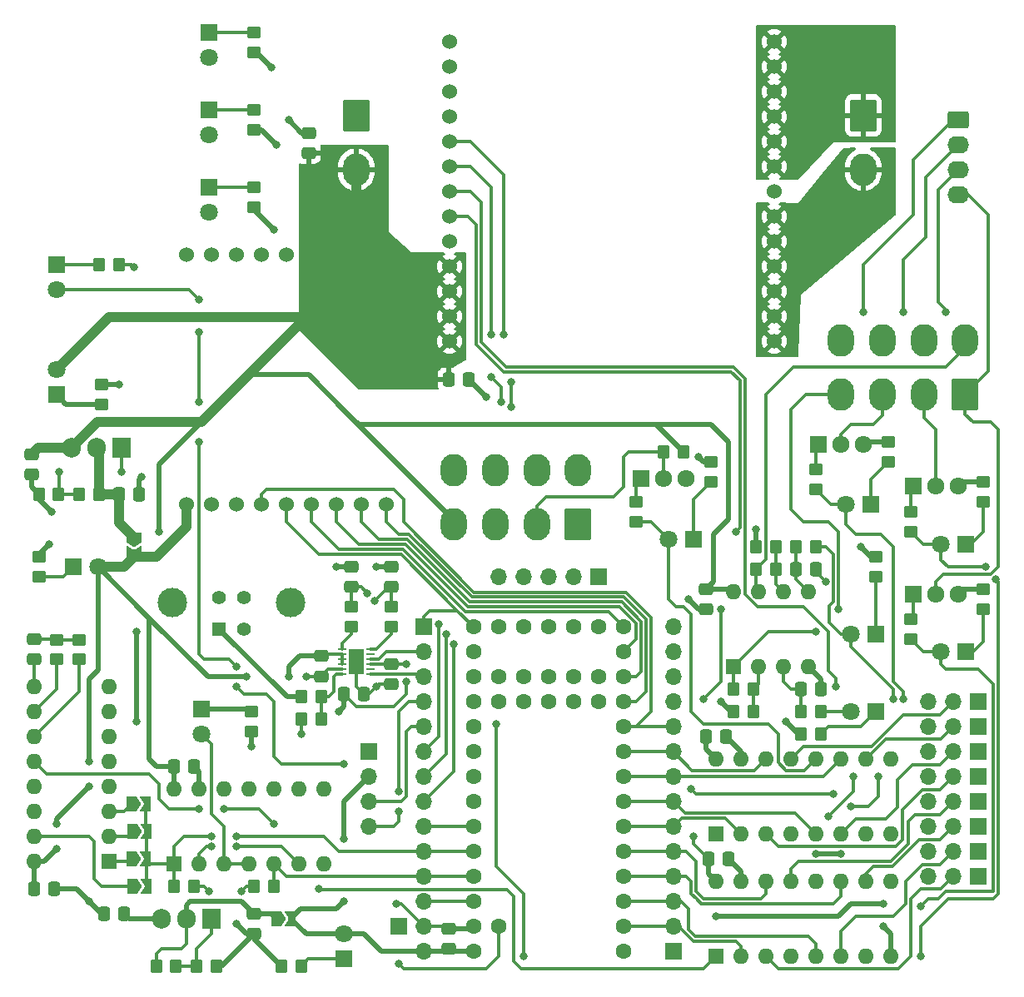
<source format=gtl>
%TF.GenerationSoftware,KiCad,Pcbnew,6.0.10-86aedd382b~118~ubuntu20.04.1*%
%TF.CreationDate,2022-12-27T17:01:33-05:00*%
%TF.ProjectId,AMP_PCBv2,414d505f-5043-4427-9632-2e6b69636164,A*%
%TF.SameCoordinates,Original*%
%TF.FileFunction,Copper,L1,Top*%
%TF.FilePolarity,Positive*%
%FSLAX46Y46*%
G04 Gerber Fmt 4.6, Leading zero omitted, Abs format (unit mm)*
G04 Created by KiCad (PCBNEW 6.0.10-86aedd382b~118~ubuntu20.04.1) date 2022-12-27 17:01:33*
%MOMM*%
%LPD*%
G01*
G04 APERTURE LIST*
G04 Aperture macros list*
%AMRoundRect*
0 Rectangle with rounded corners*
0 $1 Rounding radius*
0 $2 $3 $4 $5 $6 $7 $8 $9 X,Y pos of 4 corners*
0 Add a 4 corners polygon primitive as box body*
4,1,4,$2,$3,$4,$5,$6,$7,$8,$9,$2,$3,0*
0 Add four circle primitives for the rounded corners*
1,1,$1+$1,$2,$3*
1,1,$1+$1,$4,$5*
1,1,$1+$1,$6,$7*
1,1,$1+$1,$8,$9*
0 Add four rect primitives between the rounded corners*
20,1,$1+$1,$2,$3,$4,$5,0*
20,1,$1+$1,$4,$5,$6,$7,0*
20,1,$1+$1,$6,$7,$8,$9,0*
20,1,$1+$1,$8,$9,$2,$3,0*%
%AMFreePoly0*
4,1,6,1.000000,0.000000,0.500000,-0.750000,-0.500000,-0.750000,-0.500000,0.750000,0.500000,0.750000,1.000000,0.000000,1.000000,0.000000,$1*%
%AMFreePoly1*
4,1,6,0.500000,-0.750000,-0.650000,-0.750000,-0.150000,0.000000,-0.650000,0.750000,0.500000,0.750000,0.500000,-0.750000,0.500000,-0.750000,$1*%
G04 Aperture macros list end*
%TA.AperFunction,SMDPad,CuDef*%
%ADD10RoundRect,0.250000X0.475000X-0.337500X0.475000X0.337500X-0.475000X0.337500X-0.475000X-0.337500X0*%
%TD*%
%TA.AperFunction,SMDPad,CuDef*%
%ADD11RoundRect,0.062500X-0.362500X-0.062500X0.362500X-0.062500X0.362500X0.062500X-0.362500X0.062500X0*%
%TD*%
%TA.AperFunction,SMDPad,CuDef*%
%ADD12R,1.600000X2.500000*%
%TD*%
%TA.AperFunction,ComponentPad*%
%ADD13R,1.600000X1.600000*%
%TD*%
%TA.AperFunction,ComponentPad*%
%ADD14O,1.600000X1.600000*%
%TD*%
%TA.AperFunction,SMDPad,CuDef*%
%ADD15RoundRect,0.250000X0.450000X-0.350000X0.450000X0.350000X-0.450000X0.350000X-0.450000X-0.350000X0*%
%TD*%
%TA.AperFunction,ComponentPad*%
%ADD16R,1.700000X1.700000*%
%TD*%
%TA.AperFunction,ComponentPad*%
%ADD17O,1.700000X1.700000*%
%TD*%
%TA.AperFunction,SMDPad,CuDef*%
%ADD18RoundRect,0.250000X0.337500X0.475000X-0.337500X0.475000X-0.337500X-0.475000X0.337500X-0.475000X0*%
%TD*%
%TA.AperFunction,SMDPad,CuDef*%
%ADD19RoundRect,0.250000X0.350000X0.450000X-0.350000X0.450000X-0.350000X-0.450000X0.350000X-0.450000X0*%
%TD*%
%TA.AperFunction,ComponentPad*%
%ADD20C,1.524000*%
%TD*%
%TA.AperFunction,SMDPad,CuDef*%
%ADD21RoundRect,0.250000X-0.350000X-0.450000X0.350000X-0.450000X0.350000X0.450000X-0.350000X0.450000X0*%
%TD*%
%TA.AperFunction,SMDPad,CuDef*%
%ADD22RoundRect,0.250000X-0.337500X-0.475000X0.337500X-0.475000X0.337500X0.475000X-0.337500X0.475000X0*%
%TD*%
%TA.AperFunction,ComponentPad*%
%ADD23R,1.717500X1.800000*%
%TD*%
%TA.AperFunction,ComponentPad*%
%ADD24O,1.717500X1.800000*%
%TD*%
%TA.AperFunction,ComponentPad*%
%ADD25RoundRect,0.250001X-1.099999X-1.399999X1.099999X-1.399999X1.099999X1.399999X-1.099999X1.399999X0*%
%TD*%
%TA.AperFunction,ComponentPad*%
%ADD26O,2.700000X3.300000*%
%TD*%
%TA.AperFunction,ComponentPad*%
%ADD27R,1.800000X1.800000*%
%TD*%
%TA.AperFunction,ComponentPad*%
%ADD28C,1.800000*%
%TD*%
%TA.AperFunction,SMDPad,CuDef*%
%ADD29RoundRect,0.250000X-0.450000X0.350000X-0.450000X-0.350000X0.450000X-0.350000X0.450000X0.350000X0*%
%TD*%
%TA.AperFunction,SMDPad,CuDef*%
%ADD30FreePoly0,0.000000*%
%TD*%
%TA.AperFunction,SMDPad,CuDef*%
%ADD31FreePoly1,0.000000*%
%TD*%
%TA.AperFunction,SMDPad,CuDef*%
%ADD32RoundRect,0.250000X-0.475000X0.337500X-0.475000X-0.337500X0.475000X-0.337500X0.475000X0.337500X0*%
%TD*%
%TA.AperFunction,ComponentPad*%
%ADD33RoundRect,0.250001X1.099999X1.399999X-1.099999X1.399999X-1.099999X-1.399999X1.099999X-1.399999X0*%
%TD*%
%TA.AperFunction,ComponentPad*%
%ADD34R,1.905000X2.000000*%
%TD*%
%TA.AperFunction,ComponentPad*%
%ADD35O,1.905000X2.000000*%
%TD*%
%TA.AperFunction,SMDPad,CuDef*%
%ADD36FreePoly0,270.000000*%
%TD*%
%TA.AperFunction,SMDPad,CuDef*%
%ADD37FreePoly1,270.000000*%
%TD*%
%TA.AperFunction,ComponentPad*%
%ADD38C,1.600000*%
%TD*%
%TA.AperFunction,ComponentPad*%
%ADD39RoundRect,0.250000X-0.845000X0.620000X-0.845000X-0.620000X0.845000X-0.620000X0.845000X0.620000X0*%
%TD*%
%TA.AperFunction,ComponentPad*%
%ADD40O,2.190000X1.740000*%
%TD*%
%TA.AperFunction,ComponentPad*%
%ADD41R,1.400000X1.400000*%
%TD*%
%TA.AperFunction,ComponentPad*%
%ADD42C,1.400000*%
%TD*%
%TA.AperFunction,ComponentPad*%
%ADD43C,3.000000*%
%TD*%
%TA.AperFunction,ViaPad*%
%ADD44C,0.800000*%
%TD*%
%TA.AperFunction,Conductor*%
%ADD45C,0.300000*%
%TD*%
%TA.AperFunction,Conductor*%
%ADD46C,0.500000*%
%TD*%
%TA.AperFunction,Conductor*%
%ADD47C,1.000000*%
%TD*%
G04 APERTURE END LIST*
D10*
%TO.P,C1,1*%
%TO.N,/USB_DR+*%
X121158000Y-107717500D03*
%TO.P,C1,2*%
%TO.N,GND*%
X121158000Y-105642500D03*
%TD*%
D11*
%TO.P,U2,1,USBD-*%
%TO.N,/USB_D+*%
X120241000Y-114066000D03*
%TO.P,U2,2,RESET*%
%TO.N,+3V3*%
X120241000Y-114566000D03*
%TO.P,U2,3,3V3OUT*%
X120241000Y-115066000D03*
%TO.P,U2,4,VCC*%
X120241000Y-115566000D03*
%TO.P,U2,5,GND*%
%TO.N,GND*%
X120241000Y-116066000D03*
%TO.P,U2,6,CBUS0*%
%TO.N,Net-(R8-Pad2)*%
X120241000Y-116566000D03*
%TO.P,U2,7,TXD*%
%TO.N,/USB_UART_RX*%
X123091000Y-116566000D03*
%TO.P,U2,8,RTS*%
%TO.N,unconnected-(U2-Pad8)*%
X123091000Y-116066000D03*
%TO.P,U2,9,VCCIO*%
%TO.N,+3V3*%
X123091000Y-115566000D03*
%TO.P,U2,10,RXD*%
%TO.N,/USB_UART_TX*%
X123091000Y-115066000D03*
%TO.P,U2,11,CTS*%
%TO.N,unconnected-(U2-Pad11)*%
X123091000Y-114566000D03*
%TO.P,U2,12,USBD+*%
%TO.N,/USB_D-*%
X123091000Y-114066000D03*
D12*
%TO.P,U2,13,GND*%
%TO.N,GND*%
X121666000Y-115316000D03*
%TD*%
D13*
%TO.P,U9,1*%
%TO.N,/OUT_THROTTLE*%
X160030000Y-115814000D03*
D14*
%TO.P,U9,2,-*%
%TO.N,Net-(R16-Pad1)*%
X162570000Y-115814000D03*
%TO.P,U9,3,+*%
%TO.N,Net-(C6-Pad1)*%
X165110000Y-115814000D03*
%TO.P,U9,4,V-*%
%TO.N,GND*%
X167650000Y-115814000D03*
%TO.P,U9,5,+*%
%TO.N,Net-(C7-Pad1)*%
X167650000Y-108194000D03*
%TO.P,U9,6,-*%
%TO.N,Net-(R26-Pad1)*%
X165110000Y-108194000D03*
%TO.P,U9,7*%
%TO.N,/OUT_FB*%
X162570000Y-108194000D03*
%TO.P,U9,8,V+*%
%TO.N,+12V*%
X160030000Y-108194000D03*
%TD*%
D15*
%TO.P,R13,1*%
%TO.N,/MUX_FS1*%
X178054000Y-113014000D03*
%TO.P,R13,2*%
%TO.N,Net-(Q1-Pad1)*%
X178054000Y-111014000D03*
%TD*%
D16*
%TO.P,JT2,1,Pin_1*%
%TO.N,Net-(JT2-Pad1)*%
X146299000Y-106680000D03*
D17*
%TO.P,JT2,2,Pin_2*%
%TO.N,Net-(JT2-Pad2)*%
X143759000Y-106680000D03*
%TO.P,JT2,3,Pin_3*%
%TO.N,GND*%
X141219000Y-106680000D03*
%TO.P,JT2,4,Pin_4*%
%TO.N,Net-(JT2-Pad4)*%
X138679000Y-106680000D03*
%TO.P,JT2,5,Pin_5*%
%TO.N,Net-(JT2-Pad5)*%
X136139000Y-106680000D03*
%TD*%
D18*
%TO.P,C9,1*%
%TO.N,+12V*%
X98065500Y-140970000D03*
%TO.P,C9,2*%
%TO.N,GND*%
X95990500Y-140970000D03*
%TD*%
D19*
%TO.P,R25,1*%
%TO.N,/MUX_FB*%
X168386000Y-103632000D03*
%TO.P,R25,2*%
%TO.N,Net-(C7-Pad1)*%
X166386000Y-103632000D03*
%TD*%
D15*
%TO.P,R28,1*%
%TO.N,Net-(D7-Pad1)*%
X157729000Y-97012000D03*
%TO.P,R28,2*%
%TO.N,GND*%
X157729000Y-95012000D03*
%TD*%
D20*
%TO.P,J6,1,Pin_1*%
%TO.N,/OUT_EBRAKE1*%
X164179000Y-82709000D03*
%TO.P,J6,2,Pin_2*%
X164179000Y-80169000D03*
%TO.P,J6,3,Pin_3*%
X164179000Y-77629000D03*
%TO.P,J6,4,Pin_4*%
X164179000Y-75089000D03*
%TO.P,J6,5,Pin_5*%
X164179000Y-72549000D03*
%TO.P,J6,6,Pin_6*%
X164179000Y-70009000D03*
%TO.P,J6,7,Pin_7*%
%TO.N,unconnected-(J6-Pad7)*%
X164179000Y-67469000D03*
%TO.P,J6,8,Pin_8*%
%TO.N,/OUT_EBRAKE2*%
X164179000Y-64929000D03*
%TO.P,J6,9,Pin_9*%
X164179000Y-62389000D03*
%TO.P,J6,10,Pin_10*%
X164179000Y-59849000D03*
%TO.P,J6,11,Pin_11*%
X164179000Y-57309000D03*
%TO.P,J6,12,Pin_12*%
X164179000Y-54769000D03*
%TO.P,J6,13,Pin_13*%
X164179000Y-52229000D03*
%TO.P,J6,14,Pin_14*%
%TO.N,GND*%
X131159000Y-52229000D03*
%TO.P,J6,15,Pin_15*%
X131159000Y-54769000D03*
%TO.P,J6,16,Pin_16*%
X131159000Y-57309000D03*
%TO.P,J6,17,Pin_17*%
X131159000Y-59849000D03*
%TO.P,J6,18,Pin_18*%
%TO.N,/EBRAKE_IS2*%
X131159000Y-62389000D03*
%TO.P,J6,19,Pin_19*%
%TO.N,/EBRAKE_IS1*%
X131159000Y-64929000D03*
%TO.P,J6,20,Pin_20*%
%TO.N,/MUX_EBRAKE2*%
X131159000Y-67469000D03*
%TO.P,J6,21,Pin_21*%
%TO.N,/MUX_EBRAKE1*%
X131159000Y-70009000D03*
%TO.P,J6,22,Pin_22*%
%TO.N,/EBRAKE_EN*%
X131159000Y-72549000D03*
%TO.P,J6,23,Pin_23*%
%TO.N,+12V*%
X131159000Y-75089000D03*
%TO.P,J6,24,Pin_24*%
X131159000Y-77629000D03*
%TO.P,J6,25,Pin_25*%
X131159000Y-80169000D03*
%TO.P,J6,26,Pin_26*%
X131159000Y-82709000D03*
%TD*%
D16*
%TO.P,JP8,1,A*%
%TO.N,GND*%
X184897000Y-124460000D03*
D17*
%TO.P,JP8,2,C*%
%TO.N,/ERR_EBRAKE1*%
X182357000Y-124460000D03*
%TO.P,JP8,3,B*%
%TO.N,+3V3*%
X179817000Y-124460000D03*
%TD*%
D21*
%TO.P,R30,1*%
%TO.N,/STEERING_INPUT_B+*%
X152935000Y-93980000D03*
%TO.P,R30,2*%
%TO.N,+12V*%
X154935000Y-93980000D03*
%TD*%
D15*
%TO.P,R11,1*%
%TO.N,Net-(D3-Pad1)*%
X89408000Y-106648000D03*
%TO.P,R11,2*%
%TO.N,GND*%
X89408000Y-104648000D03*
%TD*%
D16*
%TO.P,JP4,1,A*%
%TO.N,GND*%
X184897000Y-134620000D03*
D17*
%TO.P,JP4,2,C*%
%TO.N,/ERR_FWD*%
X182357000Y-134620000D03*
%TO.P,JP4,3,B*%
%TO.N,+3V3*%
X179817000Y-134620000D03*
%TD*%
D21*
%TO.P,R5,1*%
%TO.N,Net-(C10-Pad1)*%
X101346000Y-146304000D03*
%TO.P,R5,2*%
%TO.N,Net-(R3-Pad2)*%
X103346000Y-146304000D03*
%TD*%
D22*
%TO.P,C12,1*%
%TO.N,Net-(C12-Pad1)*%
X97514500Y-98298000D03*
%TO.P,C12,2*%
%TO.N,GND*%
X99589500Y-98298000D03*
%TD*%
D23*
%TO.P,Q2,1,G*%
%TO.N,Net-(Q2-Pad1)*%
X178304000Y-97402000D03*
D24*
%TO.P,Q2,2,D*%
%TO.N,/OUT_FWD*%
X180594000Y-97402000D03*
%TO.P,Q2,3,S*%
%TO.N,GND*%
X182884000Y-97402000D03*
%TD*%
D21*
%TO.P,R33,1*%
%TO.N,/WD_SET*%
X103135000Y-138166000D03*
%TO.P,R33,2*%
%TO.N,GND*%
X105135000Y-138166000D03*
%TD*%
D20*
%TO.P,U10,1,VIN*%
%TO.N,+3V3*%
X104394000Y-99314000D03*
%TO.P,U10,2,GND*%
%TO.N,GND*%
X106934000Y-99314000D03*
%TO.P,U10,3,EN*%
%TO.N,unconnected-(U10-Pad3)*%
X109474000Y-99314000D03*
%TO.P,U10,4,G0*%
%TO.N,/LORA_INT*%
X112014000Y-99314000D03*
%TO.P,U10,5,SCK*%
%TO.N,/LORA_SCK*%
X114554000Y-99314000D03*
%TO.P,U10,6,MISO*%
%TO.N,/LORA_MISO*%
X117094000Y-99314000D03*
%TO.P,U10,7,MOSI*%
%TO.N,/LORA_MOSI*%
X119634000Y-99314000D03*
%TO.P,U10,8,CS*%
%TO.N,/LORA_CS*%
X122174000Y-99314000D03*
%TO.P,U10,9,RST*%
%TO.N,/LORA_RST*%
X124714000Y-99314000D03*
%TO.P,U10,10,G1*%
%TO.N,unconnected-(U10-Pad10)*%
X104394000Y-73914000D03*
%TO.P,U10,11,G2*%
%TO.N,unconnected-(U10-Pad11)*%
X106934000Y-73914000D03*
%TO.P,U10,12,G3*%
%TO.N,unconnected-(U10-Pad12)*%
X109474000Y-73914000D03*
%TO.P,U10,13,G4*%
%TO.N,unconnected-(U10-Pad13)*%
X112014000Y-73914000D03*
%TO.P,U10,14,G5*%
%TO.N,unconnected-(U10-Pad14)*%
X114554000Y-73914000D03*
%TD*%
D16*
%TO.P,JT1,1,Pin_1*%
%TO.N,GND*%
X153924000Y-144770000D03*
D17*
%TO.P,JT1,2,Pin_2*%
%TO.N,/MCU_FS1*%
X153924000Y-142230000D03*
%TO.P,JT1,3,Pin_3*%
%TO.N,/MCU_FWD*%
X153924000Y-139690000D03*
%TO.P,JT1,4,Pin_4*%
%TO.N,/MCU_REV*%
X153924000Y-137150000D03*
%TO.P,JT1,5,Pin_5*%
%TO.N,/MCU_THROTTLE*%
X153924000Y-134610000D03*
%TO.P,JT1,6,Pin_6*%
%TO.N,/MCU_FB*%
X153924000Y-132070000D03*
%TO.P,JT1,7,Pin_7*%
%TO.N,/MCU_EBRAKE1*%
X153924000Y-129530000D03*
%TO.P,JT1,8,Pin_8*%
%TO.N,/MCU_EBRAKE2*%
X153924000Y-126990000D03*
%TO.P,JT1,9,Pin_9*%
%TO.N,/MCU_STEERING*%
X153924000Y-124450000D03*
%TO.P,JT1,10,Pin_10*%
%TO.N,/LORA_INT*%
X153924000Y-121910000D03*
%TO.P,JT1,11,Pin_11*%
%TO.N,/LORA_RST*%
X153924000Y-119370000D03*
%TO.P,JT1,12,Pin_12*%
%TO.N,/LORA_CS*%
X153924000Y-116830000D03*
%TO.P,JT1,13,Pin_13*%
%TO.N,/LORA_MOSI*%
X153924000Y-114290000D03*
%TO.P,JT1,14,Pin_14*%
%TO.N,/LORA_MISO*%
X153924000Y-111750000D03*
%TD*%
D16*
%TO.P,JP5,1,A*%
%TO.N,GND*%
X184897000Y-132080000D03*
D17*
%TO.P,JP5,2,C*%
%TO.N,/ERR_REV*%
X182357000Y-132080000D03*
%TO.P,JP5,3,B*%
%TO.N,+3V3*%
X179817000Y-132080000D03*
%TD*%
D16*
%TO.P,JP10,1,A*%
%TO.N,GND*%
X184897000Y-119380000D03*
D17*
%TO.P,JP10,2,C*%
%TO.N,/ERR_STEERING*%
X182357000Y-119380000D03*
%TO.P,JP10,3,B*%
%TO.N,+3V3*%
X179817000Y-119380000D03*
%TD*%
D19*
%TO.P,R27,1*%
%TO.N,Net-(R26-Pad1)*%
X164322000Y-105918000D03*
%TO.P,R27,2*%
%TO.N,/OUT_FB*%
X162322000Y-105918000D03*
%TD*%
D25*
%TO.P,J2,1,Pin_1*%
%TO.N,/OUT_EBRAKE2*%
X173228000Y-59742000D03*
D26*
%TO.P,J2,2,Pin_2*%
%TO.N,/OUT_EBRAKE1*%
X173228000Y-65242000D03*
%TD*%
D27*
%TO.P,D11,1,K*%
%TO.N,Net-(D11-Pad1)*%
X106680000Y-59187000D03*
D28*
%TO.P,D11,2,A*%
%TO.N,/MUX_EBRAKE1*%
X106680000Y-61727000D03*
%TD*%
D29*
%TO.P,R36,1*%
%TO.N,Net-(D12-Pad1)*%
X111252000Y-51329000D03*
%TO.P,R36,2*%
%TO.N,GND*%
X111252000Y-53329000D03*
%TD*%
D10*
%TO.P,C2,1*%
%TO.N,/USB_DR-*%
X125222000Y-107696000D03*
%TO.P,C2,2*%
%TO.N,GND*%
X125222000Y-105621000D03*
%TD*%
D22*
%TO.P,C7,1*%
%TO.N,Net-(C7-Pad1)*%
X166348500Y-105918000D03*
%TO.P,C7,2*%
%TO.N,GND*%
X168423500Y-105918000D03*
%TD*%
%TO.P,C14,1*%
%TO.N,+3V3*%
X157473500Y-135382000D03*
%TO.P,C14,2*%
%TO.N,GND*%
X159548500Y-135382000D03*
%TD*%
D30*
%TO.P,JP12,1,A*%
%TO.N,Net-(JP12-Pad1)*%
X98843000Y-135382000D03*
D31*
%TO.P,JP12,2,B*%
%TO.N,/WD_SET*%
X100293000Y-135382000D03*
%TD*%
D22*
%TO.P,C17,1*%
%TO.N,+3V3*%
X88878500Y-138430000D03*
%TO.P,C17,2*%
%TO.N,GND*%
X90953500Y-138430000D03*
%TD*%
D19*
%TO.P,R34,1*%
%TO.N,/WD_RESET*%
X113263000Y-138166000D03*
%TO.P,R34,2*%
%TO.N,GND*%
X111263000Y-138166000D03*
%TD*%
D23*
%TO.P,Q3,1,G*%
%TO.N,Net-(Q3-Pad1)*%
X168652000Y-93218000D03*
D24*
%TO.P,Q3,2,D*%
%TO.N,/OUT_REV*%
X170942000Y-93218000D03*
%TO.P,Q3,3,S*%
%TO.N,GND*%
X173232000Y-93218000D03*
%TD*%
D32*
%TO.P,C16,1*%
%TO.N,+12V*%
X157236000Y-107918500D03*
%TO.P,C16,2*%
%TO.N,GND*%
X157236000Y-109993500D03*
%TD*%
D27*
%TO.P,D10,1,K*%
%TO.N,Net-(D10-Pad1)*%
X106680000Y-67056000D03*
D28*
%TO.P,D10,2,A*%
%TO.N,/EBRAKE_EN*%
X106680000Y-69596000D03*
%TD*%
D16*
%TO.P,JT4,1,Pin_1*%
%TO.N,Net-(JT4-Pad1)*%
X125984000Y-142240000D03*
%TD*%
D33*
%TO.P,J4,1,Pin_1*%
%TO.N,GND*%
X144222000Y-101294000D03*
D26*
%TO.P,J4,2,Pin_2*%
%TO.N,/STEERING_INPUT_B+*%
X140022000Y-101294000D03*
%TO.P,J4,3,Pin_3*%
%TO.N,/STEERING_INPUT_A+*%
X135822000Y-101294000D03*
%TO.P,J4,4,Pin_4*%
%TO.N,+12V*%
X131622000Y-101294000D03*
%TO.P,J4,5,Pin_5*%
%TO.N,GND*%
X144222000Y-95794000D03*
%TO.P,J4,6,Pin_6*%
X140022000Y-95794000D03*
%TO.P,J4,7,Pin_7*%
X135822000Y-95794000D03*
%TO.P,J4,8,Pin_8*%
X131622000Y-95794000D03*
%TD*%
D29*
%TO.P,R31,1*%
%TO.N,Net-(C8-Pad1)*%
X91186000Y-113067500D03*
%TO.P,R31,2*%
%TO.N,Net-(R31-Pad2)*%
X91186000Y-115067500D03*
%TD*%
D16*
%TO.P,JP7,1,A*%
%TO.N,GND*%
X184897000Y-127000000D03*
D17*
%TO.P,JP7,2,C*%
%TO.N,/ERR_FB*%
X182357000Y-127000000D03*
%TO.P,JP7,3,B*%
%TO.N,+3V3*%
X179817000Y-127000000D03*
%TD*%
D19*
%TO.P,R26,1*%
%TO.N,Net-(R26-Pad1)*%
X164322000Y-103632000D03*
%TO.P,R26,2*%
%TO.N,GND*%
X162322000Y-103632000D03*
%TD*%
D27*
%TO.P,D13,1,K*%
%TO.N,Net-(D13-Pad1)*%
X105918000Y-120142000D03*
D28*
%TO.P,D13,2,A*%
%TO.N,/WD_SEL*%
X105918000Y-122682000D03*
%TD*%
D30*
%TO.P,JP1,1,A*%
%TO.N,Net-(C10-Pad1)*%
X113575000Y-141478000D03*
D31*
%TO.P,JP1,2,B*%
%TO.N,+5V*%
X115025000Y-141478000D03*
%TD*%
D22*
%TO.P,C20,1*%
%TO.N,+12V*%
X131042500Y-86614000D03*
%TO.P,C20,2*%
%TO.N,GND*%
X133117500Y-86614000D03*
%TD*%
D34*
%TO.P,U3,1,ADJ*%
%TO.N,Net-(R3-Pad2)*%
X106934000Y-141478000D03*
D35*
%TO.P,U3,2,VO*%
%TO.N,Net-(C10-Pad1)*%
X104394000Y-141478000D03*
%TO.P,U3,3,VI*%
%TO.N,+12V*%
X101854000Y-141478000D03*
%TD*%
D27*
%TO.P,D3,1,K*%
%TO.N,Net-(D3-Pad1)*%
X92884000Y-105664000D03*
D28*
%TO.P,D3,2,A*%
%TO.N,+3V3*%
X95424000Y-105664000D03*
%TD*%
D13*
%TO.P,U8,1*%
%TO.N,/WD_SET*%
X103119000Y-135880000D03*
D14*
%TO.P,U8,2*%
%TO.N,Net-(U8-Pad2)*%
X105659000Y-135880000D03*
%TO.P,U8,3*%
%TO.N,/WD_SEL*%
X108199000Y-135880000D03*
%TO.P,U8,4*%
X110739000Y-135880000D03*
%TO.P,U8,5*%
%TO.N,/WD_RESET*%
X113279000Y-135880000D03*
%TO.P,U8,6*%
%TO.N,Net-(U8-Pad2)*%
X115819000Y-135880000D03*
%TO.P,U8,7,GND*%
%TO.N,GND*%
X118359000Y-135880000D03*
%TO.P,U8,8*%
%TO.N,unconnected-(U8-Pad8)*%
X118359000Y-128260000D03*
%TO.P,U8,9*%
%TO.N,GND*%
X115819000Y-128260000D03*
%TO.P,U8,10*%
X113279000Y-128260000D03*
%TO.P,U8,11*%
%TO.N,unconnected-(U8-Pad11)*%
X110739000Y-128260000D03*
%TO.P,U8,12*%
%TO.N,GND*%
X108199000Y-128260000D03*
%TO.P,U8,13*%
X105659000Y-128260000D03*
%TO.P,U8,14,VCC*%
%TO.N,+3V3*%
X103119000Y-128260000D03*
%TD*%
D22*
%TO.P,C18,1*%
%TO.N,+3V3*%
X103102500Y-125984000D03*
%TO.P,C18,2*%
%TO.N,GND*%
X105177500Y-125984000D03*
%TD*%
D16*
%TO.P,J5,1,Pin_1*%
%TO.N,GND*%
X122936000Y-124460000D03*
D17*
%TO.P,J5,2,Pin_2*%
%TO.N,+5V*%
X122936000Y-127000000D03*
%TO.P,J5,3,Pin_3*%
%TO.N,/OLED_SCL*%
X122936000Y-129540000D03*
%TO.P,J5,4,Pin_4*%
%TO.N,/OLED_SDA*%
X122936000Y-132080000D03*
%TD*%
D16*
%TO.P,JP6,1,A*%
%TO.N,GND*%
X184897000Y-129540000D03*
D17*
%TO.P,JP6,2,C*%
%TO.N,/ERR_THROTTLE*%
X182357000Y-129540000D03*
%TO.P,JP6,3,B*%
%TO.N,+3V3*%
X179817000Y-129540000D03*
%TD*%
D27*
%TO.P,D4,1,K*%
%TO.N,Net-(D4-Pad1)*%
X183642000Y-114300000D03*
D28*
%TO.P,D4,2,A*%
%TO.N,/MUX_FS1*%
X181102000Y-114300000D03*
%TD*%
D19*
%TO.P,R19,1*%
%TO.N,Net-(R16-Pad1)*%
X162036000Y-118110000D03*
%TO.P,R19,2*%
%TO.N,/OUT_THROTTLE*%
X160036000Y-118110000D03*
%TD*%
D13*
%TO.P,U6,1,S*%
%TO.N,/WD_SEL*%
X158257000Y-132832000D03*
D14*
%TO.P,U6,2,I0a*%
%TO.N,/MCU_FB*%
X160797000Y-132832000D03*
%TO.P,U6,3,I1a*%
%TO.N,/ERR_FB*%
X163337000Y-132832000D03*
%TO.P,U6,4,Za*%
%TO.N,/MUX_FB*%
X165877000Y-132832000D03*
%TO.P,U6,5,I0b*%
%TO.N,/MCU_EBRAKE1*%
X168417000Y-132832000D03*
%TO.P,U6,6,I1b*%
%TO.N,/ERR_EBRAKE1*%
X170957000Y-132832000D03*
%TO.P,U6,7,Zb*%
%TO.N,/MUX_EBRAKE1*%
X173497000Y-132832000D03*
%TO.P,U6,8,GND*%
%TO.N,GND*%
X176037000Y-132832000D03*
%TO.P,U6,9,Zc*%
%TO.N,/MUX_EBRAKE2*%
X176037000Y-125212000D03*
%TO.P,U6,10,I1c*%
%TO.N,/ERR_EBRAKE2*%
X173497000Y-125212000D03*
%TO.P,U6,11,I0c*%
%TO.N,/MCU_EBRAKE2*%
X170957000Y-125212000D03*
%TO.P,U6,12,Zd*%
%TO.N,/MUX_STEERING*%
X168417000Y-125212000D03*
%TO.P,U6,13,I1d*%
%TO.N,/ERR_STEERING*%
X165877000Y-125212000D03*
%TO.P,U6,14,I0d*%
%TO.N,/MCU_STEERING*%
X163337000Y-125212000D03*
%TO.P,U6,15,E*%
%TO.N,GND*%
X160797000Y-125212000D03*
%TO.P,U6,16,VCC*%
%TO.N,+3V3*%
X158257000Y-125212000D03*
%TD*%
D32*
%TO.P,C10,1*%
%TO.N,Net-(C10-Pad1)*%
X111252000Y-140948500D03*
%TO.P,C10,2*%
%TO.N,GND*%
X111252000Y-143023500D03*
%TD*%
D16*
%TO.P,JP9,1,A*%
%TO.N,GND*%
X184897000Y-121920000D03*
D17*
%TO.P,JP9,2,C*%
%TO.N,/ERR_EBRAKE2*%
X182357000Y-121920000D03*
%TO.P,JP9,3,B*%
%TO.N,+3V3*%
X179817000Y-121920000D03*
%TD*%
D27*
%TO.P,D6,1,K*%
%TO.N,Net-(D6-Pad1)*%
X173995000Y-99314000D03*
D28*
%TO.P,D6,2,A*%
%TO.N,/MUX_REV*%
X171455000Y-99314000D03*
%TD*%
D36*
%TO.P,JP2,1,A*%
%TO.N,Net-(C12-Pad1)*%
X99060000Y-102690000D03*
D37*
%TO.P,JP2,2,B*%
%TO.N,+3V3*%
X99060000Y-104140000D03*
%TD*%
D13*
%TO.P,U5,1,S*%
%TO.N,/WD_SEL*%
X158257000Y-145278000D03*
D14*
%TO.P,U5,2,I0a*%
%TO.N,/MCU_FS1*%
X160797000Y-145278000D03*
%TO.P,U5,3,I1a*%
%TO.N,/ERR_FS1*%
X163337000Y-145278000D03*
%TO.P,U5,4,Za*%
%TO.N,/MUX_FS1*%
X165877000Y-145278000D03*
%TO.P,U5,5,I0b*%
%TO.N,/MCU_FWD*%
X168417000Y-145278000D03*
%TO.P,U5,6,I1b*%
%TO.N,/ERR_FWD*%
X170957000Y-145278000D03*
%TO.P,U5,7,Zb*%
%TO.N,/MUX_FWD*%
X173497000Y-145278000D03*
%TO.P,U5,8,GND*%
%TO.N,GND*%
X176037000Y-145278000D03*
%TO.P,U5,9,Zc*%
%TO.N,/MUX_REV*%
X176037000Y-137658000D03*
%TO.P,U5,10,I1c*%
%TO.N,/ERR_REV*%
X173497000Y-137658000D03*
%TO.P,U5,11,I0c*%
%TO.N,/MCU_REV*%
X170957000Y-137658000D03*
%TO.P,U5,12,Zd*%
%TO.N,/MUX_THROTTLE*%
X168417000Y-137658000D03*
%TO.P,U5,13,I1d*%
%TO.N,/ERR_THROTTLE*%
X165877000Y-137658000D03*
%TO.P,U5,14,I0d*%
%TO.N,/MCU_THROTTLE*%
X163337000Y-137658000D03*
%TO.P,U5,15,E*%
%TO.N,GND*%
X160797000Y-137658000D03*
%TO.P,U5,16,VCC*%
%TO.N,+3V3*%
X158257000Y-137658000D03*
%TD*%
D19*
%TO.P,R6,1*%
%TO.N,Net-(C12-Pad1)*%
X95504000Y-98298000D03*
%TO.P,R6,2*%
%TO.N,Net-(R4-Pad2)*%
X93504000Y-98298000D03*
%TD*%
D27*
%TO.P,D7,1,K*%
%TO.N,Net-(D7-Pad1)*%
X155956000Y-102870000D03*
D28*
%TO.P,D7,2,A*%
%TO.N,/MUX_STEERING*%
X153416000Y-102870000D03*
%TD*%
D19*
%TO.P,R3,1*%
%TO.N,GND*%
X107426000Y-146304000D03*
%TO.P,R3,2*%
%TO.N,Net-(R3-Pad2)*%
X105426000Y-146304000D03*
%TD*%
%TO.P,R15,1*%
%TO.N,/MUX_THROTTLE*%
X168899000Y-120396000D03*
%TO.P,R15,2*%
%TO.N,Net-(C6-Pad1)*%
X166899000Y-120396000D03*
%TD*%
D38*
%TO.P,U1,1,GND*%
%TO.N,GND*%
X148844000Y-144780000D03*
%TO.P,U1,2,0_RX1_CRX2_CS1*%
%TO.N,/MCU_FS1*%
X148844000Y-142240000D03*
%TO.P,U1,3,1_TX1_CTX2_MISO1*%
%TO.N,/MCU_FWD*%
X148844000Y-139700000D03*
%TO.P,U1,4,2_OUT2*%
%TO.N,/MCU_REV*%
X148844000Y-137160000D03*
%TO.P,U1,5,3_LRCLK2*%
%TO.N,/MCU_THROTTLE*%
X148844000Y-134620000D03*
%TO.P,U1,6,4_BCLK2*%
%TO.N,/MCU_FB*%
X148844000Y-132080000D03*
%TO.P,U1,7,5_IN2*%
%TO.N,/MCU_EBRAKE1*%
X148844000Y-129540000D03*
%TO.P,U1,8,6_OUT1D*%
%TO.N,/MCU_EBRAKE2*%
X148844000Y-127000000D03*
%TO.P,U1,9,7_RX2_OUT1A*%
%TO.N,/MCU_STEERING*%
X148844000Y-124460000D03*
%TO.P,U1,10,8_TX2_IN1*%
%TO.N,/LORA_INT*%
X148844000Y-121920000D03*
%TO.P,U1,11,9_OUT1C*%
%TO.N,/LORA_RST*%
X148844000Y-119380000D03*
%TO.P,U1,12,10_CS_MQSR*%
%TO.N,/LORA_CS*%
X148844000Y-116840000D03*
%TO.P,U1,13,11_MOSI_CTX1*%
%TO.N,/LORA_MOSI*%
X148844000Y-114300000D03*
%TO.P,U1,14,12_MISO_MQSL*%
%TO.N,/LORA_MISO*%
X148844000Y-111760000D03*
%TO.P,U1,15,VBAT*%
%TO.N,Net-(JT2-Pad1)*%
X146304000Y-111760000D03*
%TO.P,U1,16,3V3*%
%TO.N,Net-(JT2-Pad2)*%
X143764000Y-111760000D03*
%TO.P,U1,17,GND*%
%TO.N,GND*%
X141224000Y-111760000D03*
%TO.P,U1,18,PROGRAM*%
%TO.N,Net-(JT2-Pad4)*%
X138684000Y-111760000D03*
%TO.P,U1,19,ON_OFF*%
%TO.N,Net-(JT2-Pad5)*%
X136144000Y-111760000D03*
%TO.P,U1,20,13_SCK_CRX1_LED*%
%TO.N,/LORA_SCK*%
X133604000Y-111760000D03*
%TO.P,U1,21,14_A0_TX3_SPDIF_OUT*%
%TO.N,/USB_UART_TX*%
X133604000Y-114300000D03*
%TO.P,U1,22,15_A1_RX3_SPDIF_IN*%
%TO.N,/USB_UART_RX*%
X133604000Y-116840000D03*
%TO.P,U1,23,16_A2_RX4_SCL1*%
%TO.N,/OLED_SDA*%
X133604000Y-119380000D03*
%TO.P,U1,24,17_A3_TX4_SDA1*%
%TO.N,/OLED_SCL*%
X133604000Y-121920000D03*
%TO.P,U1,25,18_A4_SDA0*%
%TO.N,/EBRAKE_EN*%
X133604000Y-124460000D03*
%TO.P,U1,26,19_A5_SCL0*%
%TO.N,/EBRAKE_IS1*%
X133604000Y-127000000D03*
%TO.P,U1,27,20_A6_TX5_LRCLK1*%
%TO.N,/EBRAKE_IS2*%
X133604000Y-129540000D03*
%TO.P,U1,28,21_A7_RX5_BCLK1*%
%TO.N,/ERR_OTHER*%
X133604000Y-132080000D03*
%TO.P,U1,29,22_A8_CTX1*%
%TO.N,/WD_SET*%
X133604000Y-134620000D03*
%TO.P,U1,30,23_A9_CRX1_MCLK1*%
%TO.N,/WD_RESET*%
X133604000Y-137160000D03*
%TO.P,U1,31,3V3*%
%TO.N,Net-(JT3-Pad12)*%
X133604000Y-139700000D03*
%TO.P,U1,32,GND*%
%TO.N,GND*%
X133604000Y-142240000D03*
%TO.P,U1,33,VIN*%
%TO.N,+5V*%
X133604000Y-144780000D03*
%TO.P,U1,34,VUSB*%
%TO.N,Net-(JT4-Pad1)*%
X136144000Y-142240000D03*
%TO.P,U1,35,24_A10_TX6_SCL2*%
%TO.N,unconnected-(U1-Pad35)*%
X136144000Y-116840000D03*
%TO.P,U1,36,25_A11_RX6_SDA2*%
%TO.N,unconnected-(U1-Pad36)*%
X136144000Y-119380000D03*
%TO.P,U1,37,26_A12_MOSI1*%
%TO.N,unconnected-(U1-Pad37)*%
X138684000Y-116840000D03*
%TO.P,U1,38,27_A13_SCK1*%
%TO.N,unconnected-(U1-Pad38)*%
X138684000Y-119380000D03*
%TO.P,U1,39,28_RX7*%
%TO.N,unconnected-(U1-Pad39)*%
X141224000Y-116840000D03*
%TO.P,U1,40,29_TX7*%
%TO.N,unconnected-(U1-Pad40)*%
X141224000Y-119380000D03*
%TO.P,U1,41,30_CRX3*%
%TO.N,unconnected-(U1-Pad41)*%
X143764000Y-116840000D03*
%TO.P,U1,42,31_CTX3*%
%TO.N,unconnected-(U1-Pad42)*%
X143764000Y-119380000D03*
%TO.P,U1,43,32_OUT1B*%
%TO.N,unconnected-(U1-Pad43)*%
X146304000Y-116840000D03*
%TO.P,U1,44,33_MCLK2*%
%TO.N,unconnected-(U1-Pad44)*%
X146304000Y-119380000D03*
%TD*%
D22*
%TO.P,C15,1*%
%TO.N,+3V3*%
X157204500Y-122936000D03*
%TO.P,C15,2*%
%TO.N,GND*%
X159279500Y-122936000D03*
%TD*%
D15*
%TO.P,R29,1*%
%TO.N,/MUX_STEERING*%
X150114000Y-101076000D03*
%TO.P,R29,2*%
%TO.N,Net-(Q4-Pad1)*%
X150114000Y-99076000D03*
%TD*%
D10*
%TO.P,C13,1*%
%TO.N,+5V*%
X131064000Y-144547500D03*
%TO.P,C13,2*%
%TO.N,GND*%
X131064000Y-142472500D03*
%TD*%
D29*
%TO.P,R2,1*%
%TO.N,/USB_DR+*%
X121158000Y-109744000D03*
%TO.P,R2,2*%
%TO.N,/USB_D+*%
X121158000Y-111744000D03*
%TD*%
D23*
%TO.P,Q1,1,G*%
%TO.N,Net-(Q1-Pad1)*%
X178304000Y-108458000D03*
D24*
%TO.P,Q1,2,D*%
%TO.N,/OUT_FS1*%
X180594000Y-108458000D03*
%TO.P,Q1,3,S*%
%TO.N,GND*%
X182884000Y-108458000D03*
%TD*%
D15*
%TO.P,R18,1*%
%TO.N,/MUX_FWD*%
X178054000Y-102092000D03*
%TO.P,R18,2*%
%TO.N,Net-(Q2-Pad1)*%
X178054000Y-100092000D03*
%TD*%
D32*
%TO.P,C5,1*%
%TO.N,+3V3*%
X125222000Y-115548500D03*
%TO.P,C5,2*%
%TO.N,GND*%
X125222000Y-117623500D03*
%TD*%
%TO.P,C8,1*%
%TO.N,Net-(C8-Pad1)*%
X88900000Y-113008500D03*
%TO.P,C8,2*%
%TO.N,Net-(C8-Pad2)*%
X88900000Y-115083500D03*
%TD*%
%TO.P,C4,1*%
%TO.N,+3V3*%
X118110000Y-114719000D03*
%TO.P,C4,2*%
%TO.N,GND*%
X118110000Y-116794000D03*
%TD*%
D25*
%TO.P,J1,1,Pin_1*%
%TO.N,GND*%
X121666000Y-59742000D03*
D26*
%TO.P,J1,2,Pin_2*%
%TO.N,+12V*%
X121666000Y-65242000D03*
%TD*%
D22*
%TO.P,C3,1*%
%TO.N,+3V3*%
X120374500Y-118618000D03*
%TO.P,C3,2*%
%TO.N,GND*%
X122449500Y-118618000D03*
%TD*%
D13*
%TO.P,U7,1,Q12*%
%TO.N,Net-(JP12-Pad1)*%
X96541500Y-135621000D03*
D14*
%TO.P,U7,2,Q13*%
%TO.N,Net-(JP13-Pad1)*%
X96541500Y-133081000D03*
%TO.P,U7,3,Q14*%
%TO.N,Net-(JP14-Pad1)*%
X96541500Y-130541000D03*
%TO.P,U7,4,Q6*%
%TO.N,unconnected-(U7-Pad4)*%
X96541500Y-128001000D03*
%TO.P,U7,5,Q5*%
%TO.N,unconnected-(U7-Pad5)*%
X96541500Y-125461000D03*
%TO.P,U7,6,Q7*%
%TO.N,unconnected-(U7-Pad6)*%
X96541500Y-122921000D03*
%TO.P,U7,7,Q4*%
%TO.N,unconnected-(U7-Pad7)*%
X96541500Y-120381000D03*
%TO.P,U7,8,GND*%
%TO.N,GND*%
X96541500Y-117841000D03*
%TO.P,U7,9,CLKO*%
%TO.N,Net-(C8-Pad2)*%
X88921500Y-117841000D03*
%TO.P,U7,10,CLKO*%
%TO.N,Net-(R31-Pad2)*%
X88921500Y-120381000D03*
%TO.P,U7,11,CLKI*%
%TO.N,Net-(R32-Pad2)*%
X88921500Y-122921000D03*
%TO.P,U7,12,CLR*%
%TO.N,/WD_RESET*%
X88921500Y-125461000D03*
%TO.P,U7,13,Q9*%
%TO.N,unconnected-(U7-Pad13)*%
X88921500Y-128001000D03*
%TO.P,U7,14,Q8*%
%TO.N,unconnected-(U7-Pad14)*%
X88921500Y-130541000D03*
%TO.P,U7,15,Q10*%
%TO.N,Net-(JP11-Pad1)*%
X88921500Y-133081000D03*
%TO.P,U7,16,VCC*%
%TO.N,+3V3*%
X88921500Y-135621000D03*
%TD*%
D16*
%TO.P,JT3,1,Pin_1*%
%TO.N,/LORA_SCK*%
X128524000Y-111760000D03*
D17*
%TO.P,JT3,2,Pin_2*%
%TO.N,/USB_UART_TX*%
X128524000Y-114300000D03*
%TO.P,JT3,3,Pin_3*%
%TO.N,/USB_UART_RX*%
X128524000Y-116840000D03*
%TO.P,JT3,4,Pin_4*%
%TO.N,/OLED_SDA*%
X128524000Y-119380000D03*
%TO.P,JT3,5,Pin_5*%
%TO.N,/OLED_SCL*%
X128524000Y-121920000D03*
%TO.P,JT3,6,Pin_6*%
%TO.N,/EBRAKE_EN*%
X128524000Y-124460000D03*
%TO.P,JT3,7,Pin_7*%
%TO.N,/EBRAKE_IS1*%
X128524000Y-127000000D03*
%TO.P,JT3,8,Pin_8*%
%TO.N,/EBRAKE_IS2*%
X128524000Y-129540000D03*
%TO.P,JT3,9,Pin_9*%
%TO.N,/ERR_OTHER*%
X128524000Y-132080000D03*
%TO.P,JT3,10,Pin_10*%
%TO.N,/WD_SET*%
X128524000Y-134620000D03*
%TO.P,JT3,11,Pin_11*%
%TO.N,/WD_RESET*%
X128524000Y-137160000D03*
%TO.P,JT3,12,Pin_12*%
%TO.N,Net-(JT3-Pad12)*%
X128524000Y-139700000D03*
%TO.P,JT3,13,Pin_13*%
%TO.N,GND*%
X128524000Y-142240000D03*
%TO.P,JT3,14,Pin_14*%
%TO.N,+5V*%
X128524000Y-144780000D03*
%TD*%
D29*
%TO.P,R7,1*%
%TO.N,/USB_DR-*%
X125222000Y-109744000D03*
%TO.P,R7,2*%
%TO.N,/USB_D-*%
X125222000Y-111744000D03*
%TD*%
D15*
%TO.P,R17,1*%
%TO.N,Net-(D5-Pad1)*%
X185420000Y-99044000D03*
%TO.P,R17,2*%
%TO.N,GND*%
X185420000Y-97044000D03*
%TD*%
D27*
%TO.P,D14,1,K*%
%TO.N,Net-(D14-Pad1)*%
X91186000Y-74925000D03*
D28*
%TO.P,D14,2,A*%
%TO.N,/ERR_OTHER*%
X91186000Y-77465000D03*
%TD*%
D21*
%TO.P,R4,1*%
%TO.N,GND*%
X89408000Y-98298000D03*
%TO.P,R4,2*%
%TO.N,Net-(R4-Pad2)*%
X91408000Y-98298000D03*
%TD*%
D15*
%TO.P,R23,1*%
%TO.N,/MUX_REV*%
X168402000Y-97774000D03*
%TO.P,R23,2*%
%TO.N,Net-(Q3-Pad1)*%
X168402000Y-95774000D03*
%TD*%
D27*
%TO.P,D8,1,K*%
%TO.N,Net-(D8-Pad1)*%
X174503000Y-120396000D03*
D28*
%TO.P,D8,2,A*%
%TO.N,/MUX_THROTTLE*%
X171963000Y-120396000D03*
%TD*%
D39*
%TO.P,JX1,1,Pin_1*%
%TO.N,/OUT_THROTTLE*%
X182880000Y-60198000D03*
D40*
%TO.P,JX1,2,Pin_2*%
%TO.N,/OUT_REV*%
X182880000Y-62738000D03*
%TO.P,JX1,3,Pin_3*%
%TO.N,/OUT_FWD*%
X182880000Y-65278000D03*
%TO.P,JX1,4,Pin_4*%
%TO.N,/OUT_FS1*%
X182880000Y-67818000D03*
%TD*%
D29*
%TO.P,R38,1*%
%TO.N,Net-(D10-Pad1)*%
X111252000Y-67072000D03*
%TO.P,R38,2*%
%TO.N,GND*%
X111252000Y-69072000D03*
%TD*%
D15*
%TO.P,R12,1*%
%TO.N,Net-(D4-Pad1)*%
X185420000Y-109966000D03*
%TO.P,R12,2*%
%TO.N,GND*%
X185420000Y-107966000D03*
%TD*%
D32*
%TO.P,C11,1*%
%TO.N,+12V*%
X88646000Y-94212500D03*
%TO.P,C11,2*%
%TO.N,GND*%
X88646000Y-96287500D03*
%TD*%
D27*
%TO.P,D5,1,K*%
%TO.N,Net-(D5-Pad1)*%
X183682000Y-103378000D03*
D28*
%TO.P,D5,2,A*%
%TO.N,/MUX_FWD*%
X181142000Y-103378000D03*
%TD*%
D30*
%TO.P,JP13,1,A*%
%TO.N,Net-(JP13-Pad1)*%
X98880000Y-132588000D03*
D31*
%TO.P,JP13,2,B*%
%TO.N,/WD_SET*%
X100330000Y-132588000D03*
%TD*%
D27*
%TO.P,D2,1,K*%
%TO.N,Net-(D2-Pad1)*%
X120396000Y-145562000D03*
D28*
%TO.P,D2,2,A*%
%TO.N,+5V*%
X120396000Y-143022000D03*
%TD*%
D30*
%TO.P,JP11,1,A*%
%TO.N,Net-(JP11-Pad1)*%
X98880000Y-138176000D03*
D31*
%TO.P,JP11,2,B*%
%TO.N,/WD_SET*%
X100330000Y-138176000D03*
%TD*%
D15*
%TO.P,R1,1*%
%TO.N,Net-(D1-Pad1)*%
X95758000Y-89122000D03*
%TO.P,R1,2*%
%TO.N,GND*%
X95758000Y-87122000D03*
%TD*%
D29*
%TO.P,R35,1*%
%TO.N,Net-(D13-Pad1)*%
X110998000Y-120412000D03*
%TO.P,R35,2*%
%TO.N,GND*%
X110998000Y-122412000D03*
%TD*%
D34*
%TO.P,U4,1,ADJ*%
%TO.N,Net-(R4-Pad2)*%
X97790000Y-93543000D03*
D35*
%TO.P,U4,2,VO*%
%TO.N,Net-(C12-Pad1)*%
X95250000Y-93543000D03*
%TO.P,U4,3,VI*%
%TO.N,+12V*%
X92710000Y-93543000D03*
%TD*%
D15*
%TO.P,R22,1*%
%TO.N,Net-(D6-Pad1)*%
X175768000Y-94964000D03*
%TO.P,R22,2*%
%TO.N,GND*%
X175768000Y-92964000D03*
%TD*%
D29*
%TO.P,R32,1*%
%TO.N,Net-(C8-Pad1)*%
X93472000Y-113067500D03*
%TO.P,R32,2*%
%TO.N,Net-(R32-Pad2)*%
X93472000Y-115067500D03*
%TD*%
D27*
%TO.P,D1,1,K*%
%TO.N,Net-(D1-Pad1)*%
X91186000Y-88138000D03*
D28*
%TO.P,D1,2,A*%
%TO.N,+12V*%
X91186000Y-85598000D03*
%TD*%
D27*
%TO.P,D9,1,K*%
%TO.N,Net-(D9-Pad1)*%
X174503000Y-112522000D03*
D28*
%TO.P,D9,2,A*%
%TO.N,/MUX_FB*%
X171963000Y-112522000D03*
%TD*%
D19*
%TO.P,R10,1*%
%TO.N,Net-(D2-Pad1)*%
X116062000Y-146304000D03*
%TO.P,R10,2*%
%TO.N,GND*%
X114062000Y-146304000D03*
%TD*%
D33*
%TO.P,J3,1,Pin_1*%
%TO.N,/OUT_FS1*%
X183592000Y-88086000D03*
D26*
%TO.P,J3,2,Pin_2*%
%TO.N,/OUT_FWD*%
X179392000Y-88086000D03*
%TO.P,J3,3,Pin_3*%
%TO.N,/OUT_REV*%
X175192000Y-88086000D03*
%TO.P,J3,4,Pin_4*%
%TO.N,/OUT_THROTTLE*%
X170992000Y-88086000D03*
%TO.P,J3,5,Pin_5*%
%TO.N,/OUT_FB*%
X183592000Y-82586000D03*
%TO.P,J3,6,Pin_6*%
%TO.N,unconnected-(J3-Pad6)*%
X179392000Y-82586000D03*
%TO.P,J3,7,Pin_7*%
%TO.N,unconnected-(J3-Pad7)*%
X175192000Y-82586000D03*
%TO.P,J3,8,Pin_8*%
%TO.N,unconnected-(J3-Pad8)*%
X170992000Y-82586000D03*
%TD*%
D16*
%TO.P,JP3,1,A*%
%TO.N,GND*%
X184897000Y-137160000D03*
D17*
%TO.P,JP3,2,C*%
%TO.N,/ERR_FS1*%
X182357000Y-137160000D03*
%TO.P,JP3,3,B*%
%TO.N,+3V3*%
X179817000Y-137160000D03*
%TD*%
D27*
%TO.P,D12,1,K*%
%TO.N,Net-(D12-Pad1)*%
X106680000Y-51313000D03*
D28*
%TO.P,D12,2,A*%
%TO.N,/MUX_EBRAKE2*%
X106680000Y-53853000D03*
%TD*%
D23*
%TO.P,Q4,1,G*%
%TO.N,Net-(Q4-Pad1)*%
X150613000Y-96640000D03*
D24*
%TO.P,Q4,2,D*%
%TO.N,/STEERING_INPUT_B+*%
X152903000Y-96640000D03*
%TO.P,Q4,3,S*%
%TO.N,GND*%
X155193000Y-96640000D03*
%TD*%
D19*
%TO.P,R14,1*%
%TO.N,Net-(D8-Pad1)*%
X168915000Y-122682000D03*
%TO.P,R14,2*%
%TO.N,GND*%
X166915000Y-122682000D03*
%TD*%
D22*
%TO.P,C6,1*%
%TO.N,Net-(C6-Pad1)*%
X166861500Y-118110000D03*
%TO.P,C6,2*%
%TO.N,GND*%
X168936500Y-118110000D03*
%TD*%
D19*
%TO.P,R16,1*%
%TO.N,Net-(R16-Pad1)*%
X162036000Y-120396000D03*
%TO.P,R16,2*%
%TO.N,GND*%
X160036000Y-120396000D03*
%TD*%
D10*
%TO.P,C19,1*%
%TO.N,+12V*%
X116840000Y-63595000D03*
%TO.P,C19,2*%
%TO.N,GND*%
X116840000Y-61520000D03*
%TD*%
D41*
%TO.P,USB1,1,VBUS*%
%TO.N,Net-(R8-Pad1)*%
X107716000Y-111956500D03*
D42*
%TO.P,USB1,2,D-*%
%TO.N,/USB_DR-*%
X110216000Y-111956500D03*
%TO.P,USB1,3,D+*%
%TO.N,/USB_DR+*%
X110216000Y-108756500D03*
%TO.P,USB1,4,GND*%
%TO.N,GND*%
X107716000Y-108756500D03*
D43*
%TO.P,USB1,5,Shield*%
X102946000Y-109246500D03*
X114986000Y-109246500D03*
%TD*%
D21*
%TO.P,R8,1*%
%TO.N,Net-(R8-Pad1)*%
X116094000Y-118872000D03*
%TO.P,R8,2*%
%TO.N,Net-(R8-Pad2)*%
X118094000Y-118872000D03*
%TD*%
D19*
%TO.P,R9,1*%
%TO.N,Net-(R8-Pad2)*%
X118094000Y-121158000D03*
%TO.P,R9,2*%
%TO.N,GND*%
X116094000Y-121158000D03*
%TD*%
D21*
%TO.P,R20,1*%
%TO.N,Net-(D14-Pad1)*%
X95520000Y-74930000D03*
%TO.P,R20,2*%
%TO.N,GND*%
X97520000Y-74930000D03*
%TD*%
D15*
%TO.P,R24,1*%
%TO.N,Net-(D9-Pad1)*%
X174498000Y-106648000D03*
%TO.P,R24,2*%
%TO.N,GND*%
X174498000Y-104648000D03*
%TD*%
D29*
%TO.P,R37,1*%
%TO.N,Net-(D11-Pad1)*%
X111252000Y-59203000D03*
%TO.P,R37,2*%
%TO.N,GND*%
X111252000Y-61203000D03*
%TD*%
D30*
%TO.P,JP14,1,A*%
%TO.N,Net-(JP14-Pad1)*%
X98843000Y-129794000D03*
D31*
%TO.P,JP14,2,B*%
%TO.N,/WD_SET*%
X100293000Y-129794000D03*
%TD*%
D44*
%TO.N,/USB_DR+*%
X122818768Y-108340768D03*
%TO.N,GND*%
X168402000Y-134874000D03*
X162306000Y-101854000D03*
X113538000Y-62738000D03*
X165354000Y-121412000D03*
X113284000Y-71374000D03*
X97536000Y-87122000D03*
X113030000Y-54864000D03*
X110998000Y-123952000D03*
X116078000Y-122682000D03*
X156464000Y-94488000D03*
X119634000Y-105664000D03*
X175260000Y-142240000D03*
X134874000Y-88392000D03*
X106680000Y-138684000D03*
X155448000Y-108966000D03*
X123698000Y-105664000D03*
X99060000Y-75184000D03*
X90678000Y-100076000D03*
X109474000Y-141986000D03*
X90424000Y-103378000D03*
X158750000Y-119380000D03*
X99822000Y-96520000D03*
X123698000Y-117856000D03*
X172974000Y-103632000D03*
X109982000Y-138684000D03*
X94488000Y-139700000D03*
X116586000Y-116840000D03*
X125730000Y-139954000D03*
X169418000Y-107188000D03*
X114808000Y-60198000D03*
X170942000Y-134874000D03*
%TO.N,/USB_DR-*%
X123561232Y-109083232D03*
%TO.N,+3V3*%
X110490000Y-116840000D03*
X91186000Y-131826000D03*
X94488000Y-128016000D03*
X119888000Y-120396000D03*
X175260000Y-139954000D03*
X126746000Y-115570000D03*
X126746000Y-117348000D03*
X91186000Y-134366000D03*
X155956000Y-133096000D03*
X114808000Y-116840000D03*
X135890000Y-121666000D03*
X158242000Y-141224000D03*
X94488000Y-125476000D03*
X138684000Y-145288000D03*
%TO.N,+12V*%
X101600000Y-102108000D03*
X99314000Y-112268000D03*
X99314000Y-121412000D03*
%TO.N,+5V*%
X120396000Y-133350000D03*
X120396000Y-139700000D03*
%TO.N,/MUX_FS1*%
X179070000Y-140208000D03*
%TO.N,/MUX_FWD*%
X179070000Y-145288000D03*
X186711977Y-106955977D03*
X185674000Y-105664000D03*
%TO.N,/MUX_REV*%
X177292000Y-119126000D03*
%TO.N,/MUX_THROTTLE*%
X169672000Y-131064000D03*
X172212000Y-127000000D03*
%TO.N,/MUX_FB*%
X176276000Y-119126000D03*
X174752000Y-127000000D03*
X171958000Y-130048000D03*
%TO.N,/EBRAKE_EN*%
X130048000Y-111506000D03*
%TO.N,/MUX_EBRAKE1*%
X155702000Y-128270000D03*
X156972000Y-119126000D03*
X160274000Y-102108000D03*
X170180000Y-128778000D03*
X158750000Y-109982000D03*
%TO.N,/MUX_EBRAKE2*%
X170434000Y-117856000D03*
%TO.N,/WD_SEL*%
X117856000Y-138430000D03*
%TO.N,/OLED_SDA*%
X125996500Y-128502023D03*
X125984000Y-130556000D03*
%TO.N,/EBRAKE_IS2*%
X136652000Y-82042000D03*
X137414000Y-86868000D03*
X131572000Y-113538000D03*
X137414000Y-89408000D03*
%TO.N,/EBRAKE_IS1*%
X136398000Y-88900000D03*
X130810000Y-112522000D03*
X135382000Y-86360000D03*
X135382000Y-82042000D03*
%TO.N,/WD_SET*%
X106934000Y-133096000D03*
X109474000Y-133096000D03*
%TO.N,/WD_RESET*%
X113284000Y-131826000D03*
X108204000Y-130302000D03*
X105664000Y-130302000D03*
%TO.N,Net-(JT4-Pad1)*%
X125984000Y-146050000D03*
%TO.N,/OUT_FWD*%
X181610000Y-79756000D03*
%TO.N,/OUT_REV*%
X177292000Y-79756000D03*
%TO.N,Net-(R4-Pad2)*%
X97790000Y-96012000D03*
X91440000Y-96012000D03*
%TO.N,/OUT_THROTTLE*%
X173228000Y-79756000D03*
X168402000Y-112268000D03*
X170688000Y-109982000D03*
%TO.N,Net-(U8-Pad2)*%
X106934000Y-134112000D03*
X109474000Y-134112000D03*
%TO.N,/ERR_OTHER*%
X105664000Y-88900000D03*
X120396000Y-125730000D03*
X109474000Y-115824000D03*
X109474000Y-117856000D03*
X105664000Y-78486000D03*
X105664000Y-81788000D03*
X105664000Y-92964000D03*
%TD*%
D45*
%TO.N,/USB_DR+*%
X121158000Y-107717500D02*
X121158000Y-109744000D01*
X122195500Y-107717500D02*
X122818768Y-108340768D01*
X121158000Y-107717500D02*
X122195500Y-107717500D01*
D46*
%TO.N,GND*%
X160797000Y-125212000D02*
X160797000Y-124453500D01*
D45*
X122936000Y-118618000D02*
X123698000Y-117856000D01*
X126238000Y-139954000D02*
X125730000Y-139954000D01*
D46*
X107971500Y-146304000D02*
X107426000Y-146304000D01*
X111252000Y-53329000D02*
X111495000Y-53329000D01*
D45*
X118110000Y-116794000D02*
X116632000Y-116794000D01*
D46*
X111252000Y-143494000D02*
X114062000Y-146304000D01*
X111252000Y-69342000D02*
X113284000Y-71374000D01*
X173990000Y-104648000D02*
X172974000Y-103632000D01*
D45*
X98806000Y-74930000D02*
X99060000Y-75184000D01*
D46*
X88646000Y-97536000D02*
X89408000Y-98298000D01*
D45*
X116632000Y-116794000D02*
X116586000Y-116840000D01*
D46*
X160797000Y-137658000D02*
X160797000Y-136630500D01*
X105659000Y-126465500D02*
X105177500Y-125984000D01*
D45*
X97520000Y-74930000D02*
X98806000Y-74930000D01*
D46*
X157729000Y-95012000D02*
X156988000Y-95012000D01*
X162322000Y-103632000D02*
X162322000Y-101870000D01*
X88646000Y-96287500D02*
X88646000Y-97536000D01*
X111252000Y-69072000D02*
X111252000Y-69342000D01*
X162322000Y-101870000D02*
X162306000Y-101854000D01*
D45*
X116094000Y-122666000D02*
X116078000Y-122682000D01*
X116094000Y-121158000D02*
X116094000Y-122666000D01*
D46*
X95758000Y-87122000D02*
X97536000Y-87122000D01*
X111252000Y-143023500D02*
X107971500Y-146304000D01*
X166624000Y-122682000D02*
X165354000Y-121412000D01*
X166915000Y-122682000D02*
X166624000Y-122682000D01*
X121158000Y-105642500D02*
X119655500Y-105642500D01*
D45*
X105135000Y-138166000D02*
X106162000Y-138166000D01*
D46*
X185420000Y-97044000D02*
X183242000Y-97044000D01*
D45*
X120241000Y-116066000D02*
X118838000Y-116066000D01*
D46*
X110511500Y-143023500D02*
X109474000Y-141986000D01*
D45*
X125222000Y-117623500D02*
X123930500Y-117623500D01*
X130831500Y-142240000D02*
X131064000Y-142472500D01*
D46*
X160797000Y-124453500D02*
X159279500Y-122936000D01*
X89408000Y-104394000D02*
X90424000Y-103378000D01*
X123741000Y-105621000D02*
X123698000Y-105664000D01*
X157236000Y-109993500D02*
X156475500Y-109993500D01*
X116130000Y-61520000D02*
X114808000Y-60198000D01*
X99589500Y-98298000D02*
X99589500Y-96752500D01*
X116840000Y-61520000D02*
X116130000Y-61520000D01*
X95758000Y-140970000D02*
X94488000Y-139700000D01*
X125222000Y-105621000D02*
X123741000Y-105621000D01*
X185420000Y-107966000D02*
X183376000Y-107966000D01*
D45*
X122449500Y-118618000D02*
X122936000Y-118618000D01*
D46*
X95990500Y-140970000D02*
X95758000Y-140970000D01*
X90953500Y-138430000D02*
X93218000Y-138430000D01*
X168936500Y-118110000D02*
X168936500Y-117100500D01*
X99589500Y-96752500D02*
X99822000Y-96520000D01*
X110998000Y-122412000D02*
X110998000Y-123952000D01*
D45*
X111263000Y-138166000D02*
X110500000Y-138166000D01*
D46*
X105659000Y-128260000D02*
X105659000Y-126465500D01*
X176037000Y-143017000D02*
X175260000Y-142240000D01*
X183376000Y-107966000D02*
X182884000Y-108458000D01*
X119655500Y-105642500D02*
X119634000Y-105664000D01*
X133371500Y-142472500D02*
X133604000Y-142240000D01*
X160036000Y-120396000D02*
X159766000Y-120396000D01*
X93218000Y-138430000D02*
X94488000Y-139700000D01*
X174498000Y-104648000D02*
X173990000Y-104648000D01*
D45*
X128524000Y-142240000D02*
X130831500Y-142240000D01*
D46*
X168936500Y-117100500D02*
X167650000Y-115814000D01*
D45*
X118838000Y-116066000D02*
X118110000Y-116794000D01*
D46*
X160797000Y-136630500D02*
X159548500Y-135382000D01*
X159766000Y-120396000D02*
X158750000Y-119380000D01*
D45*
X121666000Y-117834500D02*
X122449500Y-118618000D01*
X128524000Y-142240000D02*
X126238000Y-139954000D01*
D46*
X111252000Y-61203000D02*
X112003000Y-61203000D01*
X156475500Y-109993500D02*
X155448000Y-108966000D01*
D45*
X168423500Y-105918000D02*
X168423500Y-106193500D01*
D46*
X111252000Y-143023500D02*
X110511500Y-143023500D01*
X89408000Y-98298000D02*
X89408000Y-98806000D01*
X112003000Y-61203000D02*
X113538000Y-62738000D01*
X175768000Y-92964000D02*
X173486000Y-92964000D01*
X111495000Y-53329000D02*
X113030000Y-54864000D01*
D45*
X123930500Y-117623500D02*
X123698000Y-117856000D01*
D46*
X156988000Y-95012000D02*
X156464000Y-94488000D01*
X173486000Y-92964000D02*
X173232000Y-93218000D01*
X89408000Y-104648000D02*
X89408000Y-104394000D01*
X133117500Y-86635500D02*
X134874000Y-88392000D01*
D45*
X106162000Y-138166000D02*
X106680000Y-138684000D01*
D46*
X183242000Y-97044000D02*
X182884000Y-97402000D01*
X89408000Y-98806000D02*
X90678000Y-100076000D01*
X131064000Y-142472500D02*
X133371500Y-142472500D01*
X111252000Y-143023500D02*
X111252000Y-143494000D01*
D45*
X110500000Y-138166000D02*
X109982000Y-138684000D01*
D46*
X170942000Y-134874000D02*
X168402000Y-134874000D01*
X133117500Y-86614000D02*
X133117500Y-86635500D01*
D45*
X121666000Y-115316000D02*
X121666000Y-117834500D01*
D46*
X176037000Y-145278000D02*
X176037000Y-143017000D01*
D45*
X168423500Y-106193500D02*
X169418000Y-107188000D01*
%TO.N,/USB_DR-*%
X124948464Y-107696000D02*
X123561232Y-109083232D01*
X125222000Y-107696000D02*
X125222000Y-109744000D01*
X125222000Y-107696000D02*
X124948464Y-107696000D01*
D46*
%TO.N,+3V3*%
X157204500Y-122936000D02*
X157204500Y-124159500D01*
D47*
X99060000Y-104648000D02*
X101346000Y-104648000D01*
D45*
X118263000Y-114566000D02*
X118110000Y-114719000D01*
D46*
X100544000Y-110784000D02*
X106600000Y-116840000D01*
D45*
X120241000Y-115066000D02*
X120241000Y-114566000D01*
D46*
X88921500Y-138387000D02*
X88878500Y-138430000D01*
X100584000Y-125222000D02*
X101346000Y-125984000D01*
X114808000Y-115824000D02*
X114808000Y-116840000D01*
X95424000Y-105664000D02*
X100544000Y-110784000D01*
X88921500Y-135621000D02*
X89931000Y-135621000D01*
D47*
X104394000Y-101600000D02*
X104394000Y-99314000D01*
D46*
X115062000Y-115570000D02*
X114808000Y-115824000D01*
D45*
X135890000Y-121666000D02*
X135890000Y-136144000D01*
X120241000Y-114566000D02*
X118263000Y-114566000D01*
D46*
X170688000Y-141224000D02*
X158242000Y-141224000D01*
D45*
X126724500Y-115548500D02*
X126746000Y-115570000D01*
X123091000Y-115566000D02*
X125204500Y-115566000D01*
D46*
X91186000Y-131318000D02*
X91186000Y-131826000D01*
X120374500Y-118618000D02*
X120374500Y-119909500D01*
D47*
X101346000Y-104648000D02*
X104394000Y-101600000D01*
D46*
X95424000Y-105664000D02*
X95424000Y-115904000D01*
X99060000Y-104140000D02*
X99060000Y-104648000D01*
X106600000Y-116840000D02*
X110490000Y-116840000D01*
D47*
X99060000Y-104648000D02*
X98044000Y-105664000D01*
D45*
X157473500Y-135382000D02*
X157473500Y-135375500D01*
D46*
X95424000Y-116158000D02*
X94488000Y-117094000D01*
D45*
X125222000Y-115548500D02*
X126724500Y-115548500D01*
D46*
X100584000Y-110824000D02*
X100584000Y-125222000D01*
X157204500Y-124159500D02*
X158257000Y-125212000D01*
X101346000Y-125984000D02*
X103102500Y-125984000D01*
X157473500Y-136874500D02*
X158257000Y-137658000D01*
X95424000Y-115904000D02*
X95424000Y-116158000D01*
D47*
X98044000Y-105664000D02*
X95424000Y-105664000D01*
D46*
X94488000Y-117094000D02*
X94488000Y-122936000D01*
D45*
X126746000Y-118618000D02*
X125476000Y-119888000D01*
X157473500Y-135375500D02*
X155956000Y-133858000D01*
D46*
X94488000Y-122936000D02*
X94488000Y-125476000D01*
X171958000Y-139954000D02*
X170688000Y-141224000D01*
D45*
X155956000Y-133858000D02*
X155956000Y-133096000D01*
D46*
X103102500Y-128243500D02*
X103119000Y-128260000D01*
X157473500Y-135382000D02*
X157473500Y-136874500D01*
D45*
X120241000Y-115566000D02*
X120241000Y-115066000D01*
D46*
X88921500Y-135621000D02*
X88921500Y-138387000D01*
X118110000Y-114719000D02*
X115913000Y-114719000D01*
X94488000Y-128016000D02*
X91186000Y-131318000D01*
X89931000Y-135621000D02*
X91186000Y-134366000D01*
X100544000Y-110784000D02*
X100584000Y-110824000D01*
D45*
X125476000Y-119888000D02*
X121644500Y-119888000D01*
X121644500Y-119888000D02*
X120374500Y-118618000D01*
X135890000Y-136144000D02*
X138684000Y-138938000D01*
D46*
X103102500Y-125984000D02*
X103102500Y-128243500D01*
X115316000Y-115316000D02*
X115062000Y-115570000D01*
D45*
X125204500Y-115566000D02*
X125222000Y-115548500D01*
X138684000Y-138938000D02*
X138684000Y-145288000D01*
D46*
X115913000Y-114719000D02*
X115316000Y-115316000D01*
X120374500Y-119909500D02*
X119888000Y-120396000D01*
X175260000Y-139954000D02*
X171958000Y-139954000D01*
D45*
X126746000Y-117348000D02*
X126746000Y-118618000D01*
%TO.N,Net-(C6-Pad1)*%
X165110000Y-115814000D02*
X165110000Y-117338000D01*
X166899000Y-120396000D02*
X166899000Y-118147500D01*
X165882000Y-118110000D02*
X166861500Y-118110000D01*
X166899000Y-118147500D02*
X166861500Y-118110000D01*
X165110000Y-117338000D02*
X165882000Y-118110000D01*
%TO.N,Net-(C7-Pad1)*%
X166348500Y-106892500D02*
X167650000Y-108194000D01*
X166386000Y-103632000D02*
X166386000Y-105880500D01*
X166348500Y-105918000D02*
X166348500Y-106892500D01*
X166386000Y-105880500D02*
X166348500Y-105918000D01*
%TO.N,Net-(C8-Pad1)*%
X91186000Y-113067500D02*
X93472000Y-113067500D01*
X88900000Y-113008500D02*
X91127000Y-113008500D01*
X91127000Y-113008500D02*
X91186000Y-113067500D01*
%TO.N,Net-(C8-Pad2)*%
X88921500Y-117841000D02*
X88921500Y-115126500D01*
X88921500Y-115126500D02*
X88900000Y-115105000D01*
D47*
%TO.N,+12V*%
X89315500Y-93543000D02*
X88646000Y-94212500D01*
D46*
X157988000Y-107166500D02*
X157236000Y-107918500D01*
D47*
X105918000Y-90932000D02*
X110744000Y-86106000D01*
D46*
X159512000Y-92964000D02*
X159512000Y-100838000D01*
D47*
X121666000Y-75184000D02*
X116586000Y-80264000D01*
X116586000Y-80264000D02*
X96520000Y-80264000D01*
X92710000Y-93543000D02*
X95321000Y-90932000D01*
D46*
X159512000Y-100838000D02*
X157988000Y-102362000D01*
X121920000Y-91186000D02*
X120777000Y-90043000D01*
X152141000Y-91186000D02*
X157734000Y-91186000D01*
X101600000Y-95250000D02*
X101600000Y-102108000D01*
D47*
X96520000Y-80264000D02*
X91186000Y-85598000D01*
D46*
X116840000Y-86106000D02*
X110744000Y-86106000D01*
X131622000Y-100888000D02*
X120777000Y-90043000D01*
X131622000Y-101294000D02*
X131622000Y-100888000D01*
X101854000Y-141478000D02*
X98573500Y-141478000D01*
X157236000Y-107918500D02*
X159754500Y-107918500D01*
X152141000Y-91186000D02*
X121920000Y-91186000D01*
X157734000Y-91186000D02*
X159512000Y-92964000D01*
X105918000Y-90932000D02*
X101600000Y-95250000D01*
X157988000Y-102362000D02*
X157988000Y-107166500D01*
D47*
X121666000Y-65242000D02*
X121666000Y-75184000D01*
D46*
X98573500Y-141478000D02*
X98065500Y-140970000D01*
D47*
X92710000Y-93543000D02*
X89315500Y-93543000D01*
D46*
X159754500Y-107918500D02*
X160030000Y-108194000D01*
X154935000Y-93980000D02*
X152141000Y-91186000D01*
X99314000Y-121412000D02*
X99314000Y-112268000D01*
D47*
X110744000Y-86106000D02*
X116586000Y-80264000D01*
X95321000Y-90932000D02*
X105918000Y-90932000D01*
D46*
X120777000Y-90043000D02*
X116840000Y-86106000D01*
%TO.N,+5V*%
X122448000Y-143022000D02*
X124206000Y-144780000D01*
X120396000Y-133350000D02*
X120396000Y-129540000D01*
X130831500Y-144780000D02*
X131064000Y-144547500D01*
X120396000Y-143022000D02*
X116569000Y-143022000D01*
X131296500Y-144780000D02*
X131064000Y-144547500D01*
X120396000Y-143022000D02*
X122448000Y-143022000D01*
X128524000Y-144780000D02*
X130831500Y-144780000D01*
X119634000Y-140462000D02*
X116041000Y-140462000D01*
X133604000Y-144780000D02*
X131296500Y-144780000D01*
X124206000Y-144780000D02*
X128524000Y-144780000D01*
X122936000Y-127000000D02*
X120396000Y-129540000D01*
X116041000Y-140462000D02*
X115025000Y-141478000D01*
X116569000Y-143022000D02*
X115025000Y-141478000D01*
X120396000Y-139700000D02*
X119634000Y-140462000D01*
%TO.N,Net-(D1-Pad1)*%
X92170000Y-89122000D02*
X91186000Y-88138000D01*
X95758000Y-89122000D02*
X92170000Y-89122000D01*
D45*
%TO.N,Net-(D2-Pad1)*%
X116804000Y-145562000D02*
X116062000Y-146304000D01*
X120396000Y-145562000D02*
X116804000Y-145562000D01*
%TO.N,Net-(D3-Pad1)*%
X91900000Y-106648000D02*
X92884000Y-105664000D01*
X89408000Y-106648000D02*
X91900000Y-106648000D01*
%TO.N,Net-(D4-Pad1)*%
X184404000Y-114300000D02*
X183642000Y-114300000D01*
X185420000Y-109966000D02*
X185420000Y-113284000D01*
X185420000Y-113284000D02*
X184404000Y-114300000D01*
%TO.N,/MUX_FS1*%
X184912000Y-116078000D02*
X186436000Y-117602000D01*
X180848000Y-139446000D02*
X179832000Y-139446000D01*
X179340000Y-114300000D02*
X181102000Y-114300000D01*
X181102000Y-114300000D02*
X181102000Y-115570000D01*
X181102000Y-115570000D02*
X181610000Y-116078000D01*
X178054000Y-113014000D02*
X179340000Y-114300000D01*
X181610000Y-116078000D02*
X184912000Y-116078000D01*
X186436000Y-138684000D02*
X181610000Y-138684000D01*
X186436000Y-117602000D02*
X186436000Y-138684000D01*
X181610000Y-138684000D02*
X180848000Y-139446000D01*
X179832000Y-139446000D02*
X179070000Y-140208000D01*
%TO.N,Net-(D5-Pad1)*%
X184150000Y-103378000D02*
X183682000Y-103378000D01*
X185420000Y-102108000D02*
X184150000Y-103378000D01*
X185420000Y-99044000D02*
X185420000Y-102108000D01*
%TO.N,/MUX_FWD*%
X181142000Y-104942000D02*
X181142000Y-103378000D01*
X179070000Y-142240000D02*
X179070000Y-145288000D01*
X186711977Y-106955977D02*
X186936000Y-107180000D01*
X185674000Y-105664000D02*
X181864000Y-105664000D01*
X186936000Y-107180000D02*
X186936000Y-138930000D01*
X179340000Y-103378000D02*
X181142000Y-103378000D01*
X186936000Y-138930000D02*
X186420000Y-139446000D01*
X178054000Y-102092000D02*
X179340000Y-103378000D01*
X181864000Y-139446000D02*
X179070000Y-142240000D01*
X181864000Y-105664000D02*
X181142000Y-104942000D01*
X186420000Y-139446000D02*
X181864000Y-139446000D01*
%TO.N,Net-(D6-Pad1)*%
X173995000Y-96737000D02*
X173995000Y-99314000D01*
X175768000Y-94964000D02*
X173995000Y-96737000D01*
%TO.N,/MUX_REV*%
X171455000Y-101351000D02*
X171455000Y-99314000D01*
X176276000Y-103632000D02*
X175006000Y-102362000D01*
X172466000Y-102362000D02*
X171455000Y-101351000D01*
X176276000Y-117348000D02*
X176276000Y-103632000D01*
X175006000Y-102362000D02*
X172466000Y-102362000D01*
X169942000Y-99314000D02*
X168402000Y-97774000D01*
X177292000Y-119126000D02*
X177292000Y-118364000D01*
X171455000Y-99314000D02*
X169942000Y-99314000D01*
X177292000Y-118364000D02*
X176276000Y-117348000D01*
%TO.N,Net-(D7-Pad1)*%
X157729000Y-97012000D02*
X155956000Y-98785000D01*
X155956000Y-98785000D02*
X155956000Y-102870000D01*
%TO.N,/MUX_STEERING*%
X153416000Y-108966000D02*
X153416000Y-102870000D01*
X154940000Y-109728000D02*
X154178000Y-109728000D01*
X167267000Y-126362000D02*
X165400654Y-126362000D01*
X163576000Y-121666000D02*
X156972000Y-121666000D01*
X153416000Y-102870000D02*
X151622000Y-101076000D01*
X155702000Y-110490000D02*
X154940000Y-109728000D01*
X154178000Y-109728000D02*
X153416000Y-108966000D01*
X151622000Y-101076000D02*
X150114000Y-101076000D01*
X164592000Y-125553346D02*
X164592000Y-122682000D01*
X156972000Y-121666000D02*
X155702000Y-120396000D01*
X164592000Y-122682000D02*
X163576000Y-121666000D01*
X165400654Y-126362000D02*
X164592000Y-125553346D01*
X155702000Y-120396000D02*
X155702000Y-110490000D01*
X168417000Y-125212000D02*
X167267000Y-126362000D01*
%TO.N,Net-(D8-Pad1)*%
X169677000Y-121920000D02*
X168915000Y-122682000D01*
X172979000Y-121920000D02*
X169677000Y-121920000D01*
X174503000Y-120396000D02*
X172979000Y-121920000D01*
%TO.N,/MUX_THROTTLE*%
X168899000Y-120396000D02*
X171963000Y-120396000D01*
X172212000Y-128524000D02*
X172212000Y-127000000D01*
X169672000Y-131064000D02*
X172212000Y-128524000D01*
%TO.N,Net-(D9-Pad1)*%
X174503000Y-106653000D02*
X174503000Y-112522000D01*
X174498000Y-106648000D02*
X174503000Y-106653000D01*
%TO.N,/MUX_FB*%
X172974000Y-114808000D02*
X176276000Y-118110000D01*
X168386000Y-103632000D02*
X169418000Y-103632000D01*
X170180000Y-109220000D02*
X169771553Y-109628447D01*
X174752000Y-127000000D02*
X174752000Y-129032000D01*
X173736000Y-130048000D02*
X171958000Y-130048000D01*
X171963000Y-113797000D02*
X172974000Y-114808000D01*
X170942000Y-112522000D02*
X171963000Y-112522000D01*
X170180000Y-104394000D02*
X170180000Y-109220000D01*
X174752000Y-129032000D02*
X173736000Y-130048000D01*
X169771553Y-109628447D02*
X169771553Y-111351553D01*
X169418000Y-103632000D02*
X170180000Y-104394000D01*
X169771553Y-111351553D02*
X170942000Y-112522000D01*
X176276000Y-118110000D02*
X176276000Y-119126000D01*
X171963000Y-112522000D02*
X171963000Y-113797000D01*
%TO.N,Net-(D10-Pad1)*%
X106680000Y-67056000D02*
X111236000Y-67056000D01*
X111236000Y-67056000D02*
X111252000Y-67072000D01*
%TO.N,/EBRAKE_EN*%
X130048000Y-122936000D02*
X130048000Y-111506000D01*
X128524000Y-124460000D02*
X130048000Y-122936000D01*
%TO.N,Net-(D11-Pad1)*%
X111236000Y-59187000D02*
X111252000Y-59203000D01*
X106680000Y-59187000D02*
X111236000Y-59187000D01*
%TO.N,/MUX_EBRAKE1*%
X156972000Y-119126000D02*
X158779000Y-117319000D01*
X133001000Y-70009000D02*
X131159000Y-70009000D01*
X158779000Y-110011000D02*
X158750000Y-109982000D01*
X160680000Y-86711106D02*
X159812894Y-85844000D01*
X133858000Y-83003106D02*
X133858000Y-70866000D01*
X133858000Y-70866000D02*
X133001000Y-70009000D01*
X160680000Y-101702000D02*
X160680000Y-86711106D01*
X160274000Y-102108000D02*
X160680000Y-101702000D01*
X136698893Y-85844000D02*
X133858000Y-83003106D01*
X170180000Y-128778000D02*
X156210000Y-128778000D01*
X159812894Y-85844000D02*
X136698893Y-85844000D01*
X158779000Y-117319000D02*
X158779000Y-110011000D01*
X156210000Y-128778000D02*
X155702000Y-128270000D01*
%TO.N,Net-(D12-Pad1)*%
X106680000Y-51313000D02*
X111236000Y-51313000D01*
X111236000Y-51313000D02*
X111252000Y-51329000D01*
%TO.N,/MUX_EBRAKE2*%
X160020000Y-85344000D02*
X136906000Y-85344000D01*
X162477654Y-109728000D02*
X161180000Y-108430346D01*
X169672000Y-116209654D02*
X169672000Y-112268000D01*
X133255000Y-67469000D02*
X131159000Y-67469000D01*
X167132000Y-109728000D02*
X162477654Y-109728000D01*
X169672000Y-112268000D02*
X167132000Y-109728000D01*
X134366000Y-68580000D02*
X133255000Y-67469000D01*
X161180000Y-86504000D02*
X160020000Y-85344000D01*
X170434000Y-116971654D02*
X169672000Y-116209654D01*
X161180000Y-108430346D02*
X161180000Y-86504000D01*
X134366000Y-82804000D02*
X134366000Y-68580000D01*
X170434000Y-117856000D02*
X170434000Y-116971654D01*
X136906000Y-85344000D02*
X134366000Y-82804000D01*
D46*
%TO.N,Net-(D13-Pad1)*%
X110728000Y-120142000D02*
X110998000Y-120412000D01*
X105918000Y-120142000D02*
X110728000Y-120142000D01*
D45*
%TO.N,/WD_SEL*%
X125800000Y-138500000D02*
X117926000Y-138500000D01*
X106934000Y-123698000D02*
X105918000Y-122682000D01*
X108199000Y-135880000D02*
X110739000Y-135880000D01*
X137668000Y-139192000D02*
X137668000Y-145796000D01*
X108204000Y-133604000D02*
X108204000Y-132080000D01*
X108204000Y-132080000D02*
X106934000Y-130810000D01*
X155448000Y-146558000D02*
X155956000Y-146558000D01*
X155702000Y-146558000D02*
X155448000Y-146558000D01*
X108204000Y-133604000D02*
X108199000Y-133609000D01*
X156977000Y-146558000D02*
X158257000Y-145278000D01*
X108199000Y-133609000D02*
X108199000Y-135880000D01*
X156210000Y-146558000D02*
X156464000Y-146558000D01*
X106934000Y-130810000D02*
X106934000Y-123698000D01*
X136976000Y-138500000D02*
X137668000Y-139192000D01*
X155956000Y-146558000D02*
X156464000Y-146558000D01*
X156464000Y-146558000D02*
X156977000Y-146558000D01*
X138430000Y-146558000D02*
X155448000Y-146558000D01*
X137668000Y-145796000D02*
X138430000Y-146558000D01*
X125800000Y-138500000D02*
X136976000Y-138500000D01*
X117926000Y-138500000D02*
X117856000Y-138430000D01*
%TO.N,/STEERING_INPUT_B+*%
X152903000Y-96640000D02*
X152903000Y-94012000D01*
X148844000Y-97536000D02*
X148844000Y-94488000D01*
X147828000Y-98552000D02*
X148844000Y-97536000D01*
X148844000Y-94488000D02*
X149352000Y-93980000D01*
X152903000Y-94012000D02*
X152935000Y-93980000D01*
X140970000Y-98552000D02*
X147828000Y-98552000D01*
X140022000Y-101294000D02*
X140022000Y-99500000D01*
X140022000Y-99500000D02*
X140970000Y-98552000D01*
X149352000Y-93980000D02*
X152935000Y-93980000D01*
%TO.N,/OLED_SCL*%
X126746000Y-122428000D02*
X126746000Y-129032000D01*
X127254000Y-121920000D02*
X126746000Y-122428000D01*
X128524000Y-121920000D02*
X127254000Y-121920000D01*
X126746000Y-129032000D02*
X126238000Y-129540000D01*
X126238000Y-129540000D02*
X122936000Y-129540000D01*
%TO.N,/OLED_SDA*%
X125984000Y-131572000D02*
X125984000Y-130556000D01*
X125996500Y-120383500D02*
X125996500Y-128502023D01*
X127000000Y-119380000D02*
X125996500Y-120383500D01*
X125476000Y-132080000D02*
X125984000Y-131572000D01*
X128524000Y-119380000D02*
X127254000Y-119380000D01*
X122936000Y-132080000D02*
X125476000Y-132080000D01*
X127254000Y-119380000D02*
X127000000Y-119380000D01*
%TO.N,/EBRAKE_IS2*%
X131572000Y-113538000D02*
X131572000Y-126492000D01*
X131572000Y-126492000D02*
X128524000Y-129540000D01*
X133255000Y-62389000D02*
X136398000Y-65532000D01*
X131159000Y-62389000D02*
X133255000Y-62389000D01*
X136398000Y-65532000D02*
X136652000Y-65786000D01*
X137414000Y-86868000D02*
X137414000Y-89408000D01*
X136652000Y-65786000D02*
X136652000Y-82042000D01*
%TO.N,/EBRAKE_IS1*%
X130810000Y-112522000D02*
X130810000Y-124714000D01*
X135382000Y-86360000D02*
X136398000Y-87376000D01*
X134874000Y-66548000D02*
X135382000Y-67056000D01*
X133255000Y-64929000D02*
X134874000Y-66548000D01*
X135382000Y-67056000D02*
X135382000Y-82042000D01*
X131159000Y-64929000D02*
X133255000Y-64929000D01*
X130810000Y-124714000D02*
X128524000Y-127000000D01*
X136398000Y-87376000D02*
X136398000Y-88900000D01*
D46*
%TO.N,Net-(C10-Pad1)*%
X104767000Y-139700000D02*
X110003500Y-139700000D01*
D45*
X104394000Y-144018000D02*
X104394000Y-141478000D01*
X101854000Y-144526000D02*
X103886000Y-144526000D01*
D46*
X110003500Y-139700000D02*
X111252000Y-140948500D01*
D45*
X101346000Y-146304000D02*
X101346000Y-145034000D01*
D46*
X113045500Y-140948500D02*
X113575000Y-141478000D01*
X104394000Y-141478000D02*
X104394000Y-140073000D01*
X104394000Y-140073000D02*
X104767000Y-139700000D01*
D45*
X103886000Y-144526000D02*
X104394000Y-144018000D01*
D46*
X111252000Y-140948500D02*
X113045500Y-140948500D01*
D45*
X101346000Y-145034000D02*
X101854000Y-144526000D01*
D47*
%TO.N,Net-(C12-Pad1)*%
X95504000Y-98298000D02*
X95504000Y-93797000D01*
X97514500Y-101144500D02*
X99060000Y-102690000D01*
X95504000Y-98298000D02*
X97514500Y-98298000D01*
X95504000Y-93797000D02*
X95250000Y-93543000D01*
X97514500Y-98298000D02*
X97514500Y-101144500D01*
D45*
%TO.N,/ERR_FS1*%
X182357000Y-137160000D02*
X181087000Y-138430000D01*
X178054000Y-145288000D02*
X176784000Y-146558000D01*
X179070000Y-138430000D02*
X178054000Y-139446000D01*
X181087000Y-138430000D02*
X179070000Y-138430000D01*
X176784000Y-146558000D02*
X164617000Y-146558000D01*
X178054000Y-139446000D02*
X178054000Y-145288000D01*
X164617000Y-146558000D02*
X163337000Y-145278000D01*
%TO.N,/ERR_FWD*%
X182357000Y-134620000D02*
X181017000Y-135960000D01*
X176276000Y-141224000D02*
X177546000Y-139954000D01*
X170957000Y-142733000D02*
X172466000Y-141224000D01*
X177546000Y-139954000D02*
X177546000Y-137668000D01*
X172466000Y-141224000D02*
X176276000Y-141224000D01*
X179254000Y-135960000D02*
X177546000Y-137668000D01*
X170957000Y-145278000D02*
X170957000Y-142733000D01*
X181017000Y-135960000D02*
X179254000Y-135960000D01*
%TO.N,/ERR_REV*%
X182357000Y-132080000D02*
X181017000Y-133420000D01*
X173497000Y-136891000D02*
X173497000Y-137658000D01*
X176221107Y-136144000D02*
X174244000Y-136144000D01*
X174244000Y-136144000D02*
X173497000Y-136891000D01*
X178945107Y-133420000D02*
X176221107Y-136144000D01*
X181017000Y-133420000D02*
X178945107Y-133420000D01*
%TO.N,/ERR_THROTTLE*%
X181017000Y-130880000D02*
X178492000Y-130880000D01*
X165877000Y-136383000D02*
X165877000Y-137658000D01*
X176022000Y-135636000D02*
X166624000Y-135636000D01*
X177800000Y-133858000D02*
X176022000Y-135636000D01*
X166624000Y-135636000D02*
X165877000Y-136383000D01*
X177800000Y-131572000D02*
X177800000Y-133858000D01*
X182357000Y-129540000D02*
X181017000Y-130880000D01*
X178492000Y-130880000D02*
X177800000Y-131572000D01*
%TO.N,/ERR_FB*%
X179254000Y-128340000D02*
X177187000Y-130407000D01*
X176530000Y-134112000D02*
X164617000Y-134112000D01*
X177187000Y-130407000D02*
X177187000Y-133455000D01*
X182357000Y-127000000D02*
X181017000Y-128340000D01*
X164617000Y-134112000D02*
X163337000Y-132832000D01*
X181017000Y-128340000D02*
X179254000Y-128340000D01*
X177187000Y-133455000D02*
X176530000Y-134112000D01*
%TO.N,/ERR_STEERING*%
X165877000Y-125212000D02*
X167137000Y-123952000D01*
X174049894Y-123952000D02*
X177281894Y-120720000D01*
X181017000Y-120720000D02*
X182357000Y-119380000D01*
X177281894Y-120720000D02*
X181017000Y-120720000D01*
X167137000Y-123952000D02*
X174049894Y-123952000D01*
%TO.N,/ERR_EBRAKE1*%
X182357000Y-124460000D02*
X181017000Y-125800000D01*
X178238000Y-125800000D02*
X176687000Y-127351000D01*
X176687000Y-127351000D02*
X176687000Y-130145000D01*
X172466000Y-131318000D02*
X172466000Y-131323000D01*
X181017000Y-125800000D02*
X178238000Y-125800000D01*
X175514000Y-131318000D02*
X172466000Y-131318000D01*
X176687000Y-130145000D02*
X175514000Y-131318000D01*
X172466000Y-131323000D02*
X170957000Y-132832000D01*
%TO.N,/ERR_EBRAKE2*%
X181087000Y-123190000D02*
X175519000Y-123190000D01*
X182357000Y-121920000D02*
X181087000Y-123190000D01*
X175519000Y-123190000D02*
X173497000Y-125212000D01*
%TO.N,Net-(JP11-Pad1)*%
X95758000Y-138176000D02*
X98880000Y-138176000D01*
X88921500Y-133081000D02*
X94473000Y-133081000D01*
X94996000Y-137414000D02*
X95758000Y-138176000D01*
X94996000Y-133604000D02*
X94996000Y-137414000D01*
X94473000Y-133081000D02*
X94996000Y-133604000D01*
%TO.N,/WD_SET*%
X100293000Y-129794000D02*
X100293000Y-132551000D01*
X118364000Y-133096000D02*
X109474000Y-133096000D01*
X106934000Y-133096000D02*
X104140000Y-133096000D01*
X104140000Y-133096000D02*
X103119000Y-134117000D01*
X100293000Y-132551000D02*
X100330000Y-132588000D01*
X100791000Y-135880000D02*
X103119000Y-135880000D01*
X100330000Y-138176000D02*
X100330000Y-135419000D01*
X100293000Y-135382000D02*
X100791000Y-135880000D01*
X103119000Y-138150000D02*
X103135000Y-138166000D01*
X128524000Y-134620000D02*
X133604000Y-134620000D01*
X128524000Y-134620000D02*
X119888000Y-134620000D01*
X100330000Y-132588000D02*
X100330000Y-135345000D01*
X103119000Y-135880000D02*
X103119000Y-138150000D01*
X100330000Y-135419000D02*
X100293000Y-135382000D01*
X100330000Y-135345000D02*
X100293000Y-135382000D01*
X119888000Y-134620000D02*
X118872000Y-133604000D01*
X118872000Y-133604000D02*
X118364000Y-133096000D01*
X103119000Y-134117000D02*
X103119000Y-135880000D01*
%TO.N,Net-(JP12-Pad1)*%
X96541500Y-135621000D02*
X98604000Y-135621000D01*
X98604000Y-135621000D02*
X98843000Y-135382000D01*
%TO.N,Net-(JP13-Pad1)*%
X98387000Y-133081000D02*
X98880000Y-132588000D01*
X96541500Y-133081000D02*
X98387000Y-133081000D01*
%TO.N,Net-(JP14-Pad1)*%
X98096000Y-130541000D02*
X98843000Y-129794000D01*
X96541500Y-130541000D02*
X98096000Y-130541000D01*
%TO.N,/MCU_FS1*%
X160797000Y-144287000D02*
X160274000Y-143764000D01*
X154422000Y-142230000D02*
X153924000Y-142230000D01*
X155956000Y-143764000D02*
X154422000Y-142230000D01*
X153914000Y-142240000D02*
X153924000Y-142230000D01*
X160797000Y-145278000D02*
X160797000Y-144287000D01*
X148844000Y-142240000D02*
X153914000Y-142240000D01*
X160274000Y-143764000D02*
X155956000Y-143764000D01*
%TO.N,/MCU_FWD*%
X153924000Y-139690000D02*
X148854000Y-139690000D01*
X168417000Y-144033000D02*
X168417000Y-145278000D01*
X156155106Y-143256000D02*
X167640000Y-143256000D01*
X154676000Y-139690000D02*
X155448000Y-140462000D01*
X167640000Y-143256000D02*
X168417000Y-144033000D01*
X155448000Y-142548894D02*
X156155106Y-143256000D01*
X155448000Y-140462000D02*
X155448000Y-142548894D01*
X148854000Y-139690000D02*
X148844000Y-139700000D01*
X153924000Y-139690000D02*
X154676000Y-139690000D01*
%TO.N,/MCU_REV*%
X155710000Y-137676000D02*
X155710000Y-138891107D01*
X155710000Y-138891107D02*
X156264894Y-139446000D01*
X170188000Y-139946000D02*
X156764893Y-139946000D01*
X153924000Y-137150000D02*
X148854000Y-137150000D01*
X148854000Y-137150000D02*
X148844000Y-137160000D01*
X155184000Y-137150000D02*
X155702000Y-137668000D01*
X153924000Y-137150000D02*
X155184000Y-137150000D01*
X156264894Y-139446000D02*
X156764893Y-139946000D01*
X170957000Y-139177000D02*
X170188000Y-139946000D01*
X170957000Y-137658000D02*
X170957000Y-139177000D01*
X155702000Y-137668000D02*
X155710000Y-137676000D01*
%TO.N,/MCU_THROTTLE*%
X156210000Y-138684000D02*
X156972000Y-139446000D01*
X156210000Y-135636000D02*
X156210000Y-138684000D01*
X162814000Y-139446000D02*
X163337000Y-138923000D01*
X163337000Y-138923000D02*
X163337000Y-137658000D01*
X153924000Y-134610000D02*
X155184000Y-134610000D01*
X148854000Y-134610000D02*
X148844000Y-134620000D01*
X155184000Y-134610000D02*
X156210000Y-135636000D01*
X156972000Y-139446000D02*
X162814000Y-139446000D01*
X153924000Y-134610000D02*
X148854000Y-134610000D01*
%TO.N,/MCU_FB*%
X153914000Y-132080000D02*
X153924000Y-132070000D01*
X154774000Y-131220000D02*
X159185000Y-131220000D01*
X148844000Y-132080000D02*
X153914000Y-132080000D01*
X159185000Y-131220000D02*
X160797000Y-132832000D01*
X153924000Y-132070000D02*
X154774000Y-131220000D01*
%TO.N,/MCU_STEERING*%
X162187000Y-126362000D02*
X163337000Y-125212000D01*
X155836000Y-126362000D02*
X162187000Y-126362000D01*
X148854000Y-124450000D02*
X148844000Y-124460000D01*
X153924000Y-124450000D02*
X155836000Y-126362000D01*
X153924000Y-124450000D02*
X148854000Y-124450000D01*
%TO.N,/MCU_EBRAKE1*%
X155114000Y-130720000D02*
X166305000Y-130720000D01*
X153924000Y-129530000D02*
X155114000Y-130720000D01*
X166305000Y-130720000D02*
X168417000Y-132832000D01*
X153924000Y-129530000D02*
X148854000Y-129530000D01*
X148854000Y-129530000D02*
X148844000Y-129540000D01*
%TO.N,/MCU_EBRAKE2*%
X169179000Y-126990000D02*
X170957000Y-125212000D01*
X153924000Y-126990000D02*
X169179000Y-126990000D01*
X153914000Y-127000000D02*
X153924000Y-126990000D01*
X148844000Y-127000000D02*
X153914000Y-127000000D01*
%TO.N,/LORA_CS*%
X122174000Y-99314000D02*
X122174000Y-101092000D01*
X122174000Y-101092000D02*
X123960000Y-102878000D01*
X148653453Y-109236000D02*
X150622000Y-111204547D01*
X123960000Y-102878000D02*
X126843320Y-102878000D01*
X150622000Y-111204547D02*
X150622000Y-116332000D01*
X150114000Y-116840000D02*
X148844000Y-116840000D01*
X133201321Y-109236000D02*
X148653453Y-109236000D01*
X150622000Y-116332000D02*
X150114000Y-116840000D01*
X126843320Y-102878000D02*
X133201321Y-109236000D01*
%TO.N,/LORA_MOSI*%
X132994214Y-109736000D02*
X148446346Y-109736000D01*
X121928000Y-103386000D02*
X126644214Y-103386000D01*
X148446346Y-109736000D02*
X150114000Y-111403654D01*
X150114000Y-113030000D02*
X148844000Y-114300000D01*
X119634000Y-101092000D02*
X121928000Y-103386000D01*
X126644214Y-103386000D02*
X132994214Y-109736000D01*
X119634000Y-99314000D02*
X119634000Y-101092000D01*
X150114000Y-111403654D02*
X150114000Y-113030000D01*
%TO.N,/LORA_MISO*%
X117094000Y-99314000D02*
X117094000Y-101092000D01*
X119896000Y-103894000D02*
X126429106Y-103894000D01*
X147320000Y-110236000D02*
X132787107Y-110236000D01*
X132787107Y-110236000D02*
X126437106Y-103886000D01*
X148844000Y-111760000D02*
X147320000Y-110236000D01*
X126429106Y-103894000D02*
X126437106Y-103886000D01*
X117094000Y-101092000D02*
X119896000Y-103894000D01*
%TO.N,/LORA_SCK*%
X128524000Y-111760000D02*
X128524000Y-110744000D01*
X117856000Y-104394000D02*
X126238000Y-104394000D01*
X114554000Y-101092000D02*
X117856000Y-104394000D01*
X126238000Y-104394000D02*
X131953000Y-110109000D01*
X114554000Y-99314000D02*
X114554000Y-101092000D01*
X128524000Y-110744000D02*
X129159000Y-110109000D01*
X131953000Y-110109000D02*
X133604000Y-111760000D01*
X129159000Y-110109000D02*
X131953000Y-110109000D01*
%TO.N,/WD_RESET*%
X101600000Y-127762000D02*
X100584000Y-126746000D01*
X113279000Y-135880000D02*
X113279000Y-138150000D01*
X114559000Y-137160000D02*
X113279000Y-135880000D01*
X133604000Y-137160000D02*
X128524000Y-137160000D01*
X113279000Y-138150000D02*
X113263000Y-138166000D01*
X90206500Y-126746000D02*
X88921500Y-125461000D01*
X102616000Y-130302000D02*
X101600000Y-129286000D01*
X128524000Y-137160000D02*
X114559000Y-137160000D01*
X101600000Y-129286000D02*
X101600000Y-127762000D01*
X100584000Y-126746000D02*
X90206500Y-126746000D01*
X111760000Y-130302000D02*
X108204000Y-130302000D01*
X113284000Y-131826000D02*
X111760000Y-130302000D01*
X105664000Y-130302000D02*
X102616000Y-130302000D01*
%TO.N,Net-(JT3-Pad12)*%
X128524000Y-139700000D02*
X133604000Y-139700000D01*
%TO.N,Net-(JT4-Pad1)*%
X126492000Y-146558000D02*
X125984000Y-146050000D01*
X136144000Y-145288000D02*
X134874000Y-146558000D01*
X136144000Y-142240000D02*
X136144000Y-145288000D01*
X134874000Y-146558000D02*
X126492000Y-146558000D01*
%TO.N,Net-(Q1-Pad1)*%
X178304000Y-110764000D02*
X178054000Y-111014000D01*
X178304000Y-108458000D02*
X178304000Y-110764000D01*
%TO.N,/OUT_FS1*%
X186182000Y-106426000D02*
X181356000Y-106426000D01*
X183592000Y-90120000D02*
X184404000Y-90932000D01*
X185928000Y-69850000D02*
X183896000Y-67818000D01*
X180594000Y-107188000D02*
X180594000Y-108458000D01*
X186944000Y-91694000D02*
X186944000Y-105664000D01*
X181356000Y-106426000D02*
X180594000Y-107188000D01*
X183592000Y-88086000D02*
X183592000Y-90120000D01*
X184404000Y-90932000D02*
X186182000Y-90932000D01*
X185928000Y-85750000D02*
X185928000Y-69850000D01*
X186182000Y-90932000D02*
X186944000Y-91694000D01*
X183592000Y-88086000D02*
X185928000Y-85750000D01*
X186944000Y-105664000D02*
X186182000Y-106426000D01*
X183896000Y-67818000D02*
X182880000Y-67818000D01*
%TO.N,Net-(Q2-Pad1)*%
X178054000Y-100092000D02*
X178054000Y-97652000D01*
X178054000Y-97652000D02*
X178304000Y-97402000D01*
%TO.N,/OUT_FWD*%
X180594000Y-91694000D02*
X180594000Y-97402000D01*
X180848000Y-67310000D02*
X182880000Y-65278000D01*
X179392000Y-88086000D02*
X179392000Y-90492000D01*
X179392000Y-90492000D02*
X180594000Y-91694000D01*
X181610000Y-79502000D02*
X180848000Y-78740000D01*
X181610000Y-79756000D02*
X181610000Y-79502000D01*
X180848000Y-78740000D02*
X180848000Y-67310000D01*
%TO.N,Net-(Q3-Pad1)*%
X168402000Y-95774000D02*
X168402000Y-93468000D01*
X168402000Y-93468000D02*
X168652000Y-93218000D01*
%TO.N,/OUT_REV*%
X170942000Y-92202000D02*
X170942000Y-93218000D01*
X174244000Y-91186000D02*
X171958000Y-91186000D01*
X177292000Y-74402000D02*
X179578000Y-72116000D01*
X177292000Y-79756000D02*
X177292000Y-74402000D01*
X175192000Y-90238000D02*
X174244000Y-91186000D01*
X179578000Y-72116000D02*
X179578000Y-66040000D01*
X175192000Y-88086000D02*
X175192000Y-90238000D01*
X171958000Y-91186000D02*
X170942000Y-92202000D01*
X179578000Y-66040000D02*
X182880000Y-62738000D01*
%TO.N,Net-(Q4-Pad1)*%
X150114000Y-99076000D02*
X150114000Y-97139000D01*
X150114000Y-97139000D02*
X150613000Y-96640000D01*
%TO.N,/USB_D+*%
X121158000Y-112522000D02*
X121158000Y-111744000D01*
X120241000Y-113439000D02*
X121158000Y-112522000D01*
X120241000Y-114066000D02*
X120241000Y-113439000D01*
%TO.N,Net-(R3-Pad2)*%
X105426000Y-144510000D02*
X105426000Y-146304000D01*
X106934000Y-141478000D02*
X106934000Y-143002000D01*
X103346000Y-146304000D02*
X105426000Y-146304000D01*
X106934000Y-143002000D02*
X105426000Y-144510000D01*
%TO.N,Net-(R4-Pad2)*%
X91440000Y-96012000D02*
X91440000Y-98266000D01*
X97790000Y-93543000D02*
X97790000Y-96012000D01*
X91440000Y-98266000D02*
X91408000Y-98298000D01*
X91408000Y-98298000D02*
X93504000Y-98298000D01*
%TO.N,/USB_D-*%
X123678000Y-114066000D02*
X125222000Y-112522000D01*
X125222000Y-112522000D02*
X125222000Y-111744000D01*
X123091000Y-114066000D02*
X123678000Y-114066000D01*
D46*
%TO.N,Net-(R8-Pad1)*%
X114631500Y-118872000D02*
X116094000Y-118872000D01*
X107716000Y-111956500D02*
X114631500Y-118872000D01*
D45*
%TO.N,Net-(R8-Pad2)*%
X120241000Y-116566000D02*
X119654000Y-116566000D01*
X118872000Y-118872000D02*
X118094000Y-118872000D01*
X118094000Y-118872000D02*
X118094000Y-121158000D01*
X119654000Y-116566000D02*
X119380000Y-116840000D01*
X119380000Y-118364000D02*
X118872000Y-118872000D01*
X119380000Y-116840000D02*
X119380000Y-118364000D01*
%TO.N,Net-(R16-Pad1)*%
X162570000Y-117576000D02*
X162036000Y-118110000D01*
X162036000Y-118110000D02*
X162036000Y-120396000D01*
X162570000Y-115814000D02*
X162570000Y-117576000D01*
%TO.N,/OUT_THROTTLE*%
X160030000Y-115814000D02*
X163576000Y-112268000D01*
X170688000Y-109982000D02*
X170688000Y-102108000D01*
X160036000Y-115820000D02*
X160030000Y-115814000D01*
X169672000Y-101092000D02*
X167132000Y-101092000D01*
X170688000Y-102108000D02*
X169672000Y-101092000D01*
X178308000Y-69850000D02*
X178308000Y-64262000D01*
X167438000Y-88086000D02*
X170992000Y-88086000D01*
X178308000Y-64262000D02*
X182372000Y-60198000D01*
X173228000Y-79756000D02*
X173228000Y-74930000D01*
X160036000Y-118110000D02*
X160036000Y-115820000D01*
X173228000Y-74930000D02*
X178308000Y-69850000D01*
X165862000Y-89662000D02*
X167438000Y-88086000D01*
X163576000Y-112268000D02*
X168402000Y-112268000D01*
X167132000Y-101092000D02*
X165862000Y-99822000D01*
X182372000Y-60198000D02*
X182880000Y-60198000D01*
X165862000Y-99822000D02*
X165862000Y-89662000D01*
%TO.N,Net-(R26-Pad1)*%
X164322000Y-107406000D02*
X165110000Y-108194000D01*
X164322000Y-105918000D02*
X164322000Y-103632000D01*
X164322000Y-105918000D02*
X164322000Y-107406000D01*
%TO.N,/OUT_FB*%
X162322000Y-107946000D02*
X162570000Y-108194000D01*
X163322000Y-88138000D02*
X163322000Y-104918000D01*
X166116000Y-85344000D02*
X163322000Y-88138000D01*
X163322000Y-104918000D02*
X162322000Y-105918000D01*
X183592000Y-83362000D02*
X181610000Y-85344000D01*
X181610000Y-85344000D02*
X166116000Y-85344000D01*
X183592000Y-82586000D02*
X183592000Y-83362000D01*
X162322000Y-105918000D02*
X162322000Y-107946000D01*
%TO.N,Net-(R31-Pad2)*%
X88921500Y-120381000D02*
X91186000Y-118116500D01*
X91186000Y-118116500D02*
X91186000Y-115067500D01*
%TO.N,Net-(R32-Pad2)*%
X88921500Y-122921000D02*
X93472000Y-118370500D01*
X93472000Y-118370500D02*
X93472000Y-115067500D01*
%TO.N,Net-(U8-Pad2)*%
X114051000Y-134112000D02*
X109474000Y-134112000D01*
X115819000Y-135880000D02*
X114051000Y-134112000D01*
X105659000Y-134879000D02*
X106426000Y-134112000D01*
X105659000Y-135880000D02*
X105659000Y-134879000D01*
X106426000Y-134112000D02*
X106934000Y-134112000D01*
%TO.N,/LORA_INT*%
X126492000Y-98806000D02*
X125476000Y-97790000D01*
X112522000Y-97790000D02*
X112014000Y-98298000D01*
X151630000Y-110798333D02*
X149067667Y-108236000D01*
X151638000Y-120396000D02*
X151630000Y-120388000D01*
X112014000Y-98298000D02*
X112014000Y-99314000D01*
X150114000Y-121920000D02*
X151638000Y-120396000D01*
X149067667Y-108236000D02*
X133615533Y-108236000D01*
X133615533Y-108236000D02*
X126492000Y-101112467D01*
X148854000Y-121910000D02*
X148844000Y-121920000D01*
X148844000Y-121920000D02*
X150114000Y-121920000D01*
X151630000Y-120388000D02*
X151630000Y-110798333D01*
X126492000Y-101112467D02*
X126492000Y-98806000D01*
X153924000Y-121910000D02*
X148854000Y-121910000D01*
X125476000Y-97790000D02*
X112522000Y-97790000D01*
%TO.N,/LORA_RST*%
X124714000Y-101092000D02*
X126000000Y-102378000D01*
X124714000Y-99314000D02*
X124714000Y-101092000D01*
X151130000Y-118364000D02*
X150114000Y-119380000D01*
X126000000Y-102378000D02*
X127050427Y-102378000D01*
X127050427Y-102378000D02*
X133408428Y-108736000D01*
X133408428Y-108736000D02*
X148860560Y-108736000D01*
X150114000Y-119380000D02*
X148844000Y-119380000D01*
X148860560Y-108736000D02*
X151130000Y-111005440D01*
X151130000Y-111005440D02*
X151130000Y-118364000D01*
%TO.N,/USB_UART_TX*%
X123091000Y-115066000D02*
X123095000Y-115062000D01*
X124714000Y-114300000D02*
X128524000Y-114300000D01*
X123095000Y-115062000D02*
X123952000Y-115062000D01*
X123952000Y-115062000D02*
X124714000Y-114300000D01*
%TO.N,/USB_UART_RX*%
X128250000Y-116566000D02*
X128524000Y-116840000D01*
X123091000Y-116566000D02*
X128250000Y-116566000D01*
%TO.N,Net-(D14-Pad1)*%
X91186000Y-74925000D02*
X95515000Y-74925000D01*
X95515000Y-74925000D02*
X95520000Y-74930000D01*
%TO.N,/ERR_OTHER*%
X110236000Y-118618000D02*
X112522000Y-118618000D01*
X108712000Y-115062000D02*
X106942000Y-115062000D01*
X109474000Y-117856000D02*
X110236000Y-118618000D01*
X112522000Y-118618000D02*
X113284000Y-119380000D01*
X105664000Y-99568000D02*
X105664000Y-114554000D01*
X106172000Y-115062000D02*
X106942000Y-115062000D01*
X105664000Y-88900000D02*
X105664000Y-81788000D01*
X105664000Y-94234000D02*
X105664000Y-92964000D01*
X105664000Y-78486000D02*
X104643000Y-77465000D01*
X113284000Y-124968000D02*
X114046000Y-125730000D01*
X109474000Y-115824000D02*
X108712000Y-115062000D01*
X105664000Y-114554000D02*
X106172000Y-115062000D01*
X128524000Y-132080000D02*
X133604000Y-132080000D01*
X105664000Y-99568000D02*
X105664000Y-94234000D01*
X114046000Y-125730000D02*
X120396000Y-125730000D01*
X113284000Y-119380000D02*
X113284000Y-124968000D01*
X104643000Y-77465000D02*
X91186000Y-77465000D01*
%TD*%
%TA.AperFunction,Conductor*%
%TO.N,/OUT_EBRAKE1*%
G36*
X176471475Y-63012358D02*
G01*
X176518293Y-63065730D01*
X176530000Y-63118768D01*
X176530000Y-69791380D01*
X176509998Y-69859501D01*
X176485161Y-69887759D01*
X167285936Y-77634475D01*
X166878000Y-77978000D01*
X166637786Y-83983372D01*
X166628839Y-84207036D01*
X166606131Y-84274303D01*
X166550660Y-84318614D01*
X166502940Y-84328000D01*
X162432015Y-84328000D01*
X162363894Y-84307998D01*
X162317401Y-84254342D01*
X162306015Y-84201985D01*
X162306067Y-83767777D01*
X163484777Y-83767777D01*
X163494074Y-83779793D01*
X163537069Y-83809898D01*
X163546555Y-83815376D01*
X163737993Y-83904645D01*
X163748285Y-83908391D01*
X163952309Y-83963059D01*
X163963104Y-83964962D01*
X164173525Y-83983372D01*
X164184475Y-83983372D01*
X164394896Y-83964962D01*
X164405691Y-83963059D01*
X164609715Y-83908391D01*
X164620007Y-83904645D01*
X164811445Y-83815376D01*
X164820931Y-83809898D01*
X164864764Y-83779207D01*
X164873139Y-83768729D01*
X164866071Y-83755281D01*
X164191812Y-83081022D01*
X164177868Y-83073408D01*
X164176035Y-83073539D01*
X164169420Y-83077790D01*
X163491207Y-83756003D01*
X163484777Y-83767777D01*
X162306067Y-83767777D01*
X162306192Y-82714475D01*
X162904628Y-82714475D01*
X162923038Y-82924896D01*
X162924941Y-82935691D01*
X162979609Y-83139715D01*
X162983355Y-83150007D01*
X163072623Y-83341441D01*
X163078103Y-83350932D01*
X163108794Y-83394765D01*
X163119271Y-83403140D01*
X163132718Y-83396072D01*
X163806978Y-82721812D01*
X163813356Y-82710132D01*
X164543408Y-82710132D01*
X164543539Y-82711965D01*
X164547790Y-82718580D01*
X165226003Y-83396793D01*
X165237777Y-83403223D01*
X165249793Y-83393926D01*
X165279897Y-83350932D01*
X165285377Y-83341441D01*
X165374645Y-83150007D01*
X165378391Y-83139715D01*
X165433059Y-82935691D01*
X165434962Y-82924896D01*
X165453372Y-82714475D01*
X165453372Y-82703525D01*
X165434962Y-82493104D01*
X165433059Y-82482309D01*
X165378391Y-82278285D01*
X165374645Y-82267993D01*
X165285377Y-82076559D01*
X165279897Y-82067068D01*
X165249206Y-82023235D01*
X165238729Y-82014860D01*
X165225282Y-82021928D01*
X164551022Y-82696188D01*
X164543408Y-82710132D01*
X163813356Y-82710132D01*
X163814592Y-82707868D01*
X163814461Y-82706035D01*
X163810210Y-82699420D01*
X163131997Y-82021207D01*
X163120223Y-82014777D01*
X163108207Y-82024074D01*
X163078103Y-82067068D01*
X163072623Y-82076559D01*
X162983355Y-82267993D01*
X162979609Y-82278285D01*
X162924941Y-82482309D01*
X162923038Y-82493104D01*
X162904628Y-82703525D01*
X162904628Y-82714475D01*
X162306192Y-82714475D01*
X162306369Y-81227777D01*
X163484777Y-81227777D01*
X163494074Y-81239793D01*
X163537069Y-81269898D01*
X163546555Y-81275376D01*
X163652557Y-81324805D01*
X163705842Y-81371722D01*
X163725303Y-81439999D01*
X163704761Y-81507959D01*
X163652557Y-81553195D01*
X163546559Y-81602623D01*
X163537068Y-81608103D01*
X163493235Y-81638794D01*
X163484860Y-81649271D01*
X163491928Y-81662718D01*
X164166188Y-82336978D01*
X164180132Y-82344592D01*
X164181965Y-82344461D01*
X164188580Y-82340210D01*
X164866793Y-81661997D01*
X164873223Y-81650223D01*
X164863926Y-81638207D01*
X164820931Y-81608102D01*
X164811445Y-81602624D01*
X164705444Y-81553195D01*
X164652159Y-81506278D01*
X164632698Y-81438000D01*
X164653240Y-81370040D01*
X164705444Y-81324805D01*
X164811445Y-81275376D01*
X164820931Y-81269898D01*
X164864764Y-81239207D01*
X164873139Y-81228729D01*
X164866071Y-81215281D01*
X164191812Y-80541022D01*
X164177868Y-80533408D01*
X164176035Y-80533539D01*
X164169420Y-80537790D01*
X163491207Y-81216003D01*
X163484777Y-81227777D01*
X162306369Y-81227777D01*
X162306495Y-80174475D01*
X162904628Y-80174475D01*
X162923038Y-80384896D01*
X162924941Y-80395691D01*
X162979609Y-80599715D01*
X162983355Y-80610007D01*
X163072623Y-80801441D01*
X163078103Y-80810932D01*
X163108794Y-80854765D01*
X163119271Y-80863140D01*
X163132718Y-80856072D01*
X163806978Y-80181812D01*
X163813356Y-80170132D01*
X164543408Y-80170132D01*
X164543539Y-80171965D01*
X164547790Y-80178580D01*
X165226003Y-80856793D01*
X165237777Y-80863223D01*
X165249793Y-80853926D01*
X165279897Y-80810932D01*
X165285377Y-80801441D01*
X165374645Y-80610007D01*
X165378391Y-80599715D01*
X165433059Y-80395691D01*
X165434962Y-80384896D01*
X165453372Y-80174475D01*
X165453372Y-80163525D01*
X165434962Y-79953104D01*
X165433059Y-79942309D01*
X165378391Y-79738285D01*
X165374645Y-79727993D01*
X165285377Y-79536559D01*
X165279897Y-79527068D01*
X165249206Y-79483235D01*
X165238729Y-79474860D01*
X165225282Y-79481928D01*
X164551022Y-80156188D01*
X164543408Y-80170132D01*
X163813356Y-80170132D01*
X163814592Y-80167868D01*
X163814461Y-80166035D01*
X163810210Y-80159420D01*
X163131997Y-79481207D01*
X163120223Y-79474777D01*
X163108207Y-79484074D01*
X163078103Y-79527068D01*
X163072623Y-79536559D01*
X162983355Y-79727993D01*
X162979609Y-79738285D01*
X162924941Y-79942309D01*
X162923038Y-79953104D01*
X162904628Y-80163525D01*
X162904628Y-80174475D01*
X162306495Y-80174475D01*
X162306672Y-78687777D01*
X163484777Y-78687777D01*
X163494074Y-78699793D01*
X163537069Y-78729898D01*
X163546555Y-78735376D01*
X163652557Y-78784805D01*
X163705842Y-78831722D01*
X163725303Y-78899999D01*
X163704761Y-78967959D01*
X163652557Y-79013195D01*
X163546559Y-79062623D01*
X163537068Y-79068103D01*
X163493235Y-79098794D01*
X163484860Y-79109271D01*
X163491928Y-79122718D01*
X164166188Y-79796978D01*
X164180132Y-79804592D01*
X164181965Y-79804461D01*
X164188580Y-79800210D01*
X164866793Y-79121997D01*
X164873223Y-79110223D01*
X164863926Y-79098207D01*
X164820931Y-79068102D01*
X164811445Y-79062624D01*
X164705444Y-79013195D01*
X164652159Y-78966278D01*
X164632698Y-78898000D01*
X164653240Y-78830040D01*
X164705444Y-78784805D01*
X164811445Y-78735376D01*
X164820931Y-78729898D01*
X164864764Y-78699207D01*
X164873139Y-78688729D01*
X164866071Y-78675281D01*
X164191812Y-78001022D01*
X164177868Y-77993408D01*
X164176035Y-77993539D01*
X164169420Y-77997790D01*
X163491207Y-78676003D01*
X163484777Y-78687777D01*
X162306672Y-78687777D01*
X162306797Y-77634475D01*
X162904628Y-77634475D01*
X162923038Y-77844896D01*
X162924941Y-77855691D01*
X162979609Y-78059715D01*
X162983355Y-78070007D01*
X163072623Y-78261441D01*
X163078103Y-78270932D01*
X163108794Y-78314765D01*
X163119271Y-78323140D01*
X163132718Y-78316072D01*
X163806978Y-77641812D01*
X163813356Y-77630132D01*
X164543408Y-77630132D01*
X164543539Y-77631965D01*
X164547790Y-77638580D01*
X165226003Y-78316793D01*
X165237777Y-78323223D01*
X165249793Y-78313926D01*
X165279897Y-78270932D01*
X165285377Y-78261441D01*
X165374645Y-78070007D01*
X165378391Y-78059715D01*
X165433059Y-77855691D01*
X165434962Y-77844896D01*
X165453372Y-77634475D01*
X165453372Y-77623525D01*
X165434962Y-77413104D01*
X165433059Y-77402309D01*
X165378391Y-77198285D01*
X165374645Y-77187993D01*
X165285377Y-76996559D01*
X165279897Y-76987068D01*
X165249206Y-76943235D01*
X165238729Y-76934860D01*
X165225282Y-76941928D01*
X164551022Y-77616188D01*
X164543408Y-77630132D01*
X163813356Y-77630132D01*
X163814592Y-77627868D01*
X163814461Y-77626035D01*
X163810210Y-77619420D01*
X163131997Y-76941207D01*
X163120223Y-76934777D01*
X163108207Y-76944074D01*
X163078103Y-76987068D01*
X163072623Y-76996559D01*
X162983355Y-77187993D01*
X162979609Y-77198285D01*
X162924941Y-77402309D01*
X162923038Y-77413104D01*
X162904628Y-77623525D01*
X162904628Y-77634475D01*
X162306797Y-77634475D01*
X162306974Y-76147777D01*
X163484777Y-76147777D01*
X163494074Y-76159793D01*
X163537069Y-76189898D01*
X163546555Y-76195376D01*
X163652557Y-76244805D01*
X163705842Y-76291722D01*
X163725303Y-76359999D01*
X163704761Y-76427959D01*
X163652557Y-76473195D01*
X163546559Y-76522623D01*
X163537068Y-76528103D01*
X163493235Y-76558794D01*
X163484860Y-76569271D01*
X163491928Y-76582718D01*
X164166188Y-77256978D01*
X164180132Y-77264592D01*
X164181965Y-77264461D01*
X164188580Y-77260210D01*
X164866793Y-76581997D01*
X164873223Y-76570223D01*
X164863926Y-76558207D01*
X164820931Y-76528102D01*
X164811445Y-76522624D01*
X164705444Y-76473195D01*
X164652159Y-76426278D01*
X164632698Y-76358000D01*
X164653240Y-76290040D01*
X164705444Y-76244805D01*
X164811445Y-76195376D01*
X164820931Y-76189898D01*
X164864764Y-76159207D01*
X164873139Y-76148729D01*
X164866071Y-76135281D01*
X164191812Y-75461022D01*
X164177868Y-75453408D01*
X164176035Y-75453539D01*
X164169420Y-75457790D01*
X163491207Y-76136003D01*
X163484777Y-76147777D01*
X162306974Y-76147777D01*
X162307099Y-75094475D01*
X162904628Y-75094475D01*
X162923038Y-75304896D01*
X162924941Y-75315691D01*
X162979609Y-75519715D01*
X162983355Y-75530007D01*
X163072623Y-75721441D01*
X163078103Y-75730932D01*
X163108794Y-75774765D01*
X163119271Y-75783140D01*
X163132718Y-75776072D01*
X163806978Y-75101812D01*
X163813356Y-75090132D01*
X164543408Y-75090132D01*
X164543539Y-75091965D01*
X164547790Y-75098580D01*
X165226003Y-75776793D01*
X165237777Y-75783223D01*
X165249793Y-75773926D01*
X165279897Y-75730932D01*
X165285377Y-75721441D01*
X165374645Y-75530007D01*
X165378391Y-75519715D01*
X165433059Y-75315691D01*
X165434962Y-75304896D01*
X165453372Y-75094475D01*
X165453372Y-75083525D01*
X165434962Y-74873104D01*
X165433059Y-74862309D01*
X165378391Y-74658285D01*
X165374645Y-74647993D01*
X165285377Y-74456559D01*
X165279897Y-74447068D01*
X165249206Y-74403235D01*
X165238729Y-74394860D01*
X165225282Y-74401928D01*
X164551022Y-75076188D01*
X164543408Y-75090132D01*
X163813356Y-75090132D01*
X163814592Y-75087868D01*
X163814461Y-75086035D01*
X163810210Y-75079420D01*
X163131997Y-74401207D01*
X163120223Y-74394777D01*
X163108207Y-74404074D01*
X163078103Y-74447068D01*
X163072623Y-74456559D01*
X162983355Y-74647993D01*
X162979609Y-74658285D01*
X162924941Y-74862309D01*
X162923038Y-74873104D01*
X162904628Y-75083525D01*
X162904628Y-75094475D01*
X162307099Y-75094475D01*
X162307276Y-73607777D01*
X163484777Y-73607777D01*
X163494074Y-73619793D01*
X163537069Y-73649898D01*
X163546555Y-73655376D01*
X163652557Y-73704805D01*
X163705842Y-73751722D01*
X163725303Y-73819999D01*
X163704761Y-73887959D01*
X163652557Y-73933195D01*
X163546559Y-73982623D01*
X163537068Y-73988103D01*
X163493235Y-74018794D01*
X163484860Y-74029271D01*
X163491928Y-74042718D01*
X164166188Y-74716978D01*
X164180132Y-74724592D01*
X164181965Y-74724461D01*
X164188580Y-74720210D01*
X164866793Y-74041997D01*
X164873223Y-74030223D01*
X164863926Y-74018207D01*
X164820931Y-73988102D01*
X164811445Y-73982624D01*
X164705444Y-73933195D01*
X164652159Y-73886278D01*
X164632698Y-73818000D01*
X164653240Y-73750040D01*
X164705444Y-73704805D01*
X164811445Y-73655376D01*
X164820931Y-73649898D01*
X164864764Y-73619207D01*
X164873139Y-73608729D01*
X164866071Y-73595281D01*
X164191812Y-72921022D01*
X164177868Y-72913408D01*
X164176035Y-72913539D01*
X164169420Y-72917790D01*
X163491207Y-73596003D01*
X163484777Y-73607777D01*
X162307276Y-73607777D01*
X162307401Y-72554475D01*
X162904628Y-72554475D01*
X162923038Y-72764896D01*
X162924941Y-72775691D01*
X162979609Y-72979715D01*
X162983355Y-72990007D01*
X163072623Y-73181441D01*
X163078103Y-73190932D01*
X163108794Y-73234765D01*
X163119271Y-73243140D01*
X163132718Y-73236072D01*
X163806978Y-72561812D01*
X163813356Y-72550132D01*
X164543408Y-72550132D01*
X164543539Y-72551965D01*
X164547790Y-72558580D01*
X165226003Y-73236793D01*
X165237777Y-73243223D01*
X165249793Y-73233926D01*
X165279897Y-73190932D01*
X165285377Y-73181441D01*
X165374645Y-72990007D01*
X165378391Y-72979715D01*
X165433059Y-72775691D01*
X165434962Y-72764896D01*
X165453372Y-72554475D01*
X165453372Y-72543525D01*
X165434962Y-72333104D01*
X165433059Y-72322309D01*
X165378391Y-72118285D01*
X165374645Y-72107993D01*
X165285377Y-71916559D01*
X165279897Y-71907068D01*
X165249206Y-71863235D01*
X165238729Y-71854860D01*
X165225282Y-71861928D01*
X164551022Y-72536188D01*
X164543408Y-72550132D01*
X163813356Y-72550132D01*
X163814592Y-72547868D01*
X163814461Y-72546035D01*
X163810210Y-72539420D01*
X163131997Y-71861207D01*
X163120223Y-71854777D01*
X163108207Y-71864074D01*
X163078103Y-71907068D01*
X163072623Y-71916559D01*
X162983355Y-72107993D01*
X162979609Y-72118285D01*
X162924941Y-72322309D01*
X162923038Y-72333104D01*
X162904628Y-72543525D01*
X162904628Y-72554475D01*
X162307401Y-72554475D01*
X162307578Y-71067777D01*
X163484777Y-71067777D01*
X163494074Y-71079793D01*
X163537069Y-71109898D01*
X163546555Y-71115376D01*
X163652557Y-71164805D01*
X163705842Y-71211722D01*
X163725303Y-71279999D01*
X163704761Y-71347959D01*
X163652557Y-71393195D01*
X163546559Y-71442623D01*
X163537068Y-71448103D01*
X163493235Y-71478794D01*
X163484860Y-71489271D01*
X163491928Y-71502718D01*
X164166188Y-72176978D01*
X164180132Y-72184592D01*
X164181965Y-72184461D01*
X164188580Y-72180210D01*
X164866793Y-71501997D01*
X164873223Y-71490223D01*
X164863926Y-71478207D01*
X164820931Y-71448102D01*
X164811445Y-71442624D01*
X164705444Y-71393195D01*
X164652159Y-71346278D01*
X164632698Y-71278000D01*
X164653240Y-71210040D01*
X164705444Y-71164805D01*
X164811445Y-71115376D01*
X164820931Y-71109898D01*
X164864764Y-71079207D01*
X164873139Y-71068729D01*
X164866071Y-71055281D01*
X164191812Y-70381022D01*
X164177868Y-70373408D01*
X164176035Y-70373539D01*
X164169420Y-70377790D01*
X163491207Y-71056003D01*
X163484777Y-71067777D01*
X162307578Y-71067777D01*
X162307703Y-70014475D01*
X162904628Y-70014475D01*
X162923038Y-70224896D01*
X162924941Y-70235691D01*
X162979609Y-70439715D01*
X162983355Y-70450007D01*
X163072623Y-70641441D01*
X163078103Y-70650932D01*
X163108794Y-70694765D01*
X163119271Y-70703140D01*
X163132718Y-70696072D01*
X163806978Y-70021812D01*
X163813356Y-70010132D01*
X164543408Y-70010132D01*
X164543539Y-70011965D01*
X164547790Y-70018580D01*
X165226003Y-70696793D01*
X165237777Y-70703223D01*
X165249793Y-70693926D01*
X165279897Y-70650932D01*
X165285377Y-70641441D01*
X165374645Y-70450007D01*
X165378391Y-70439715D01*
X165433059Y-70235691D01*
X165434962Y-70224896D01*
X165453372Y-70014475D01*
X165453372Y-70003525D01*
X165434962Y-69793104D01*
X165433059Y-69782309D01*
X165378391Y-69578285D01*
X165374645Y-69567993D01*
X165285377Y-69376559D01*
X165279897Y-69367068D01*
X165249206Y-69323235D01*
X165238729Y-69314860D01*
X165225282Y-69321928D01*
X164551022Y-69996188D01*
X164543408Y-70010132D01*
X163813356Y-70010132D01*
X163814592Y-70007868D01*
X163814461Y-70006035D01*
X163810210Y-69999420D01*
X163131997Y-69321207D01*
X163120223Y-69314777D01*
X163108207Y-69324074D01*
X163078103Y-69367068D01*
X163072623Y-69376559D01*
X162983355Y-69567993D01*
X162979609Y-69578285D01*
X162924941Y-69782309D01*
X162923038Y-69793104D01*
X162904628Y-70003525D01*
X162904628Y-70014475D01*
X162307703Y-70014475D01*
X162307859Y-68706932D01*
X162327869Y-68638814D01*
X162381530Y-68592327D01*
X162434788Y-68580950D01*
X162823847Y-68583821D01*
X163547926Y-68589163D01*
X163600244Y-68600964D01*
X163651963Y-68625080D01*
X163705249Y-68671997D01*
X163724711Y-68740274D01*
X163704170Y-68808234D01*
X163651965Y-68853471D01*
X163546559Y-68902623D01*
X163537068Y-68908103D01*
X163493235Y-68938794D01*
X163484860Y-68949271D01*
X163491928Y-68962718D01*
X164166188Y-69636978D01*
X164180132Y-69644592D01*
X164181965Y-69644461D01*
X164188580Y-69640210D01*
X164866793Y-68961997D01*
X164873223Y-68950223D01*
X164863926Y-68938207D01*
X164820931Y-68908102D01*
X164811445Y-68902624D01*
X164706036Y-68853471D01*
X164652751Y-68806553D01*
X164633290Y-68738276D01*
X164653832Y-68670316D01*
X164706037Y-68625081D01*
X164738068Y-68610145D01*
X164792246Y-68598343D01*
X165999433Y-68607248D01*
X166666967Y-68612173D01*
X169123744Y-65608206D01*
X171370000Y-65608206D01*
X171370165Y-65612777D01*
X171384213Y-65806380D01*
X171385527Y-65815389D01*
X171441689Y-66069769D01*
X171444292Y-66078499D01*
X171536586Y-66322107D01*
X171540421Y-66330368D01*
X171666915Y-66558101D01*
X171671905Y-66565726D01*
X171829946Y-66772809D01*
X171835986Y-66779636D01*
X172022264Y-66961735D01*
X172029226Y-66967618D01*
X172239843Y-67120922D01*
X172247573Y-67125733D01*
X172478122Y-67247031D01*
X172486472Y-67250678D01*
X172732099Y-67337419D01*
X172740894Y-67339825D01*
X172956225Y-67382267D01*
X172969137Y-67381088D01*
X172973939Y-67366174D01*
X173482000Y-67366174D01*
X173486251Y-67380651D01*
X173498512Y-67382714D01*
X173534133Y-67379315D01*
X173543125Y-67377795D01*
X173796158Y-67315878D01*
X173804827Y-67313078D01*
X174046282Y-67215278D01*
X174054455Y-67211256D01*
X174279253Y-67079632D01*
X174286765Y-67074469D01*
X174490213Y-66911769D01*
X174496896Y-66905580D01*
X174674733Y-66715206D01*
X174680443Y-66708129D01*
X174828934Y-66494082D01*
X174833571Y-66486241D01*
X174949604Y-66253003D01*
X174953060Y-66244578D01*
X175034212Y-65997026D01*
X175036412Y-65988201D01*
X175081103Y-65730811D01*
X175081950Y-65723193D01*
X175085922Y-65643408D01*
X175086000Y-65640267D01*
X175086000Y-65514115D01*
X175081525Y-65498876D01*
X175080135Y-65497671D01*
X175072452Y-65496000D01*
X173500115Y-65496000D01*
X173484876Y-65500475D01*
X173483671Y-65501865D01*
X173482000Y-65509548D01*
X173482000Y-67366174D01*
X172973939Y-67366174D01*
X172974000Y-67365985D01*
X172974000Y-65514115D01*
X172969525Y-65498876D01*
X172968135Y-65497671D01*
X172960452Y-65496000D01*
X171388115Y-65496000D01*
X171372876Y-65500475D01*
X171371671Y-65501865D01*
X171370000Y-65509548D01*
X171370000Y-65608206D01*
X169123744Y-65608206D01*
X171199579Y-63070028D01*
X171258188Y-63029960D01*
X171296347Y-63023799D01*
X171404878Y-63023140D01*
X172383239Y-63017195D01*
X172451479Y-63036783D01*
X172498297Y-63090155D01*
X172508828Y-63160367D01*
X172479728Y-63225125D01*
X172431307Y-63259977D01*
X172409718Y-63268722D01*
X172401545Y-63272744D01*
X172176747Y-63404368D01*
X172169235Y-63409531D01*
X171965787Y-63572231D01*
X171959104Y-63578420D01*
X171781267Y-63768794D01*
X171775557Y-63775871D01*
X171627066Y-63989918D01*
X171622429Y-63997759D01*
X171506396Y-64230997D01*
X171502940Y-64239422D01*
X171421788Y-64486974D01*
X171419588Y-64495799D01*
X171374897Y-64753189D01*
X171374050Y-64760807D01*
X171370078Y-64840592D01*
X171370000Y-64843733D01*
X171370000Y-64969885D01*
X171374475Y-64985124D01*
X171375865Y-64986329D01*
X171383548Y-64988000D01*
X175067885Y-64988000D01*
X175083124Y-64983525D01*
X175084329Y-64982135D01*
X175086000Y-64974452D01*
X175086000Y-64875794D01*
X175085835Y-64871223D01*
X175071787Y-64677620D01*
X175070473Y-64668611D01*
X175014311Y-64414231D01*
X175011708Y-64405501D01*
X174919414Y-64161893D01*
X174915579Y-64153632D01*
X174789085Y-63925899D01*
X174784095Y-63918274D01*
X174626054Y-63711191D01*
X174620014Y-63704364D01*
X174433736Y-63522265D01*
X174426774Y-63516382D01*
X174216157Y-63363078D01*
X174208427Y-63358267D01*
X173992331Y-63244574D01*
X173941358Y-63195154D01*
X173925195Y-63126022D01*
X173948974Y-63059126D01*
X174005144Y-63015705D01*
X174050232Y-63007067D01*
X175340264Y-62999229D01*
X176403235Y-62992770D01*
X176471475Y-63012358D01*
G37*
%TD.AperFunction*%
%TD*%
%TA.AperFunction,Conductor*%
%TO.N,/OUT_EBRAKE2*%
G36*
X176472121Y-50566002D02*
G01*
X176518614Y-50619658D01*
X176530000Y-50672000D01*
X176530000Y-62358000D01*
X176509998Y-62426121D01*
X176456342Y-62472614D01*
X176404000Y-62484000D01*
X170180000Y-62484000D01*
X170173162Y-62491327D01*
X170173161Y-62491327D01*
X166661359Y-66253972D01*
X166600256Y-66290124D01*
X166569246Y-66294000D01*
X164825173Y-66294000D01*
X164757052Y-66273998D01*
X164710559Y-66220342D01*
X164700455Y-66150068D01*
X164729949Y-66085488D01*
X164771923Y-66053805D01*
X164811445Y-66035376D01*
X164820931Y-66029898D01*
X164864764Y-65999207D01*
X164873139Y-65988729D01*
X164866071Y-65975281D01*
X164191812Y-65301022D01*
X164177868Y-65293408D01*
X164176035Y-65293539D01*
X164169420Y-65297790D01*
X163491207Y-65976003D01*
X163484777Y-65987777D01*
X163494074Y-65999793D01*
X163537069Y-66029898D01*
X163546555Y-66035376D01*
X163586077Y-66053805D01*
X163639362Y-66100722D01*
X163658823Y-66168999D01*
X163638281Y-66236959D01*
X163584259Y-66283025D01*
X163532827Y-66294000D01*
X162432000Y-66294000D01*
X162363879Y-66273998D01*
X162317386Y-66220342D01*
X162306000Y-66168000D01*
X162306000Y-64934475D01*
X162904628Y-64934475D01*
X162923038Y-65144896D01*
X162924941Y-65155691D01*
X162979609Y-65359715D01*
X162983355Y-65370007D01*
X163072623Y-65561441D01*
X163078103Y-65570932D01*
X163108794Y-65614765D01*
X163119271Y-65623140D01*
X163132718Y-65616072D01*
X163806978Y-64941812D01*
X163813356Y-64930132D01*
X164543408Y-64930132D01*
X164543539Y-64931965D01*
X164547790Y-64938580D01*
X165226003Y-65616793D01*
X165237777Y-65623223D01*
X165249793Y-65613926D01*
X165279897Y-65570932D01*
X165285377Y-65561441D01*
X165374645Y-65370007D01*
X165378391Y-65359715D01*
X165433059Y-65155691D01*
X165434962Y-65144896D01*
X165453372Y-64934475D01*
X165453372Y-64923525D01*
X165434962Y-64713104D01*
X165433059Y-64702309D01*
X165378391Y-64498285D01*
X165374645Y-64487993D01*
X165285377Y-64296559D01*
X165279897Y-64287068D01*
X165249206Y-64243235D01*
X165238729Y-64234860D01*
X165225282Y-64241928D01*
X164551022Y-64916188D01*
X164543408Y-64930132D01*
X163813356Y-64930132D01*
X163814592Y-64927868D01*
X163814461Y-64926035D01*
X163810210Y-64919420D01*
X163131997Y-64241207D01*
X163120223Y-64234777D01*
X163108207Y-64244074D01*
X163078103Y-64287068D01*
X163072623Y-64296559D01*
X162983355Y-64487993D01*
X162979609Y-64498285D01*
X162924941Y-64702309D01*
X162923038Y-64713104D01*
X162904628Y-64923525D01*
X162904628Y-64934475D01*
X162306000Y-64934475D01*
X162306000Y-63447777D01*
X163484777Y-63447777D01*
X163494074Y-63459793D01*
X163537069Y-63489898D01*
X163546555Y-63495376D01*
X163652557Y-63544805D01*
X163705842Y-63591722D01*
X163725303Y-63659999D01*
X163704761Y-63727959D01*
X163652557Y-63773195D01*
X163546559Y-63822623D01*
X163537068Y-63828103D01*
X163493235Y-63858794D01*
X163484860Y-63869271D01*
X163491928Y-63882718D01*
X164166188Y-64556978D01*
X164180132Y-64564592D01*
X164181965Y-64564461D01*
X164188580Y-64560210D01*
X164866793Y-63881997D01*
X164873223Y-63870223D01*
X164863926Y-63858207D01*
X164820931Y-63828102D01*
X164811445Y-63822624D01*
X164705444Y-63773195D01*
X164652159Y-63726278D01*
X164632698Y-63658000D01*
X164653240Y-63590040D01*
X164705444Y-63544805D01*
X164811445Y-63495376D01*
X164820931Y-63489898D01*
X164864764Y-63459207D01*
X164873139Y-63448729D01*
X164866071Y-63435281D01*
X164191812Y-62761022D01*
X164177868Y-62753408D01*
X164176035Y-62753539D01*
X164169420Y-62757790D01*
X163491207Y-63436003D01*
X163484777Y-63447777D01*
X162306000Y-63447777D01*
X162306000Y-62394475D01*
X162904628Y-62394475D01*
X162923038Y-62604896D01*
X162924941Y-62615691D01*
X162979609Y-62819715D01*
X162983355Y-62830007D01*
X163072623Y-63021441D01*
X163078103Y-63030932D01*
X163108794Y-63074765D01*
X163119271Y-63083140D01*
X163132718Y-63076072D01*
X163806978Y-62401812D01*
X163813356Y-62390132D01*
X164543408Y-62390132D01*
X164543539Y-62391965D01*
X164547790Y-62398580D01*
X165226003Y-63076793D01*
X165237777Y-63083223D01*
X165249793Y-63073926D01*
X165279897Y-63030932D01*
X165285377Y-63021441D01*
X165374645Y-62830007D01*
X165378391Y-62819715D01*
X165433059Y-62615691D01*
X165434962Y-62604896D01*
X165453372Y-62394475D01*
X165453372Y-62383525D01*
X165434962Y-62173104D01*
X165433059Y-62162309D01*
X165378391Y-61958285D01*
X165374645Y-61947993D01*
X165285377Y-61756559D01*
X165279897Y-61747068D01*
X165249206Y-61703235D01*
X165238729Y-61694860D01*
X165225282Y-61701928D01*
X164551022Y-62376188D01*
X164543408Y-62390132D01*
X163813356Y-62390132D01*
X163814592Y-62387868D01*
X163814461Y-62386035D01*
X163810210Y-62379420D01*
X163131997Y-61701207D01*
X163120223Y-61694777D01*
X163108207Y-61704074D01*
X163078103Y-61747068D01*
X163072623Y-61756559D01*
X162983355Y-61947993D01*
X162979609Y-61958285D01*
X162924941Y-62162309D01*
X162923038Y-62173104D01*
X162904628Y-62383525D01*
X162904628Y-62394475D01*
X162306000Y-62394475D01*
X162306000Y-60907777D01*
X163484777Y-60907777D01*
X163494074Y-60919793D01*
X163537069Y-60949898D01*
X163546555Y-60955376D01*
X163652557Y-61004805D01*
X163705842Y-61051722D01*
X163725303Y-61119999D01*
X163704761Y-61187959D01*
X163652557Y-61233195D01*
X163546559Y-61282623D01*
X163537068Y-61288103D01*
X163493235Y-61318794D01*
X163484860Y-61329271D01*
X163491928Y-61342718D01*
X164166188Y-62016978D01*
X164180132Y-62024592D01*
X164181965Y-62024461D01*
X164188580Y-62020210D01*
X164866793Y-61341997D01*
X164873223Y-61330223D01*
X164863926Y-61318207D01*
X164820931Y-61288102D01*
X164811445Y-61282624D01*
X164705444Y-61233195D01*
X164655359Y-61189096D01*
X171370000Y-61189096D01*
X171370337Y-61195611D01*
X171380256Y-61291203D01*
X171383150Y-61304602D01*
X171434588Y-61458783D01*
X171440762Y-61471962D01*
X171526063Y-61609807D01*
X171535099Y-61621208D01*
X171649830Y-61735739D01*
X171661241Y-61744751D01*
X171799245Y-61829818D01*
X171812423Y-61835962D01*
X171966716Y-61887139D01*
X171980081Y-61890005D01*
X172074439Y-61899672D01*
X172080855Y-61900000D01*
X172955885Y-61900000D01*
X172971124Y-61895525D01*
X172972329Y-61894135D01*
X172974000Y-61886452D01*
X172974000Y-61881885D01*
X173482000Y-61881885D01*
X173486475Y-61897124D01*
X173487865Y-61898329D01*
X173495548Y-61900000D01*
X174375096Y-61900000D01*
X174381611Y-61899663D01*
X174477203Y-61889744D01*
X174490602Y-61886850D01*
X174644783Y-61835412D01*
X174657962Y-61829238D01*
X174795807Y-61743937D01*
X174807208Y-61734901D01*
X174921739Y-61620170D01*
X174930751Y-61608759D01*
X175015818Y-61470755D01*
X175021962Y-61457577D01*
X175073139Y-61303284D01*
X175076005Y-61289919D01*
X175085672Y-61195561D01*
X175086000Y-61189145D01*
X175086000Y-60014115D01*
X175081525Y-59998876D01*
X175080135Y-59997671D01*
X175072452Y-59996000D01*
X173500115Y-59996000D01*
X173484876Y-60000475D01*
X173483671Y-60001865D01*
X173482000Y-60009548D01*
X173482000Y-61881885D01*
X172974000Y-61881885D01*
X172974000Y-60014115D01*
X172969525Y-59998876D01*
X172968135Y-59997671D01*
X172960452Y-59996000D01*
X171388115Y-59996000D01*
X171372876Y-60000475D01*
X171371671Y-60001865D01*
X171370000Y-60009548D01*
X171370000Y-61189096D01*
X164655359Y-61189096D01*
X164652159Y-61186278D01*
X164632698Y-61118000D01*
X164653240Y-61050040D01*
X164705444Y-61004805D01*
X164811445Y-60955376D01*
X164820931Y-60949898D01*
X164864764Y-60919207D01*
X164873139Y-60908729D01*
X164866071Y-60895281D01*
X164191812Y-60221022D01*
X164177868Y-60213408D01*
X164176035Y-60213539D01*
X164169420Y-60217790D01*
X163491207Y-60896003D01*
X163484777Y-60907777D01*
X162306000Y-60907777D01*
X162306000Y-59854475D01*
X162904628Y-59854475D01*
X162923038Y-60064896D01*
X162924941Y-60075691D01*
X162979609Y-60279715D01*
X162983355Y-60290007D01*
X163072623Y-60481441D01*
X163078103Y-60490932D01*
X163108794Y-60534765D01*
X163119271Y-60543140D01*
X163132718Y-60536072D01*
X163806978Y-59861812D01*
X163813356Y-59850132D01*
X164543408Y-59850132D01*
X164543539Y-59851965D01*
X164547790Y-59858580D01*
X165226003Y-60536793D01*
X165237777Y-60543223D01*
X165249793Y-60533926D01*
X165279897Y-60490932D01*
X165285377Y-60481441D01*
X165374645Y-60290007D01*
X165378391Y-60279715D01*
X165433059Y-60075691D01*
X165434962Y-60064896D01*
X165453372Y-59854475D01*
X165453372Y-59843525D01*
X165434962Y-59633104D01*
X165433059Y-59622309D01*
X165392217Y-59469885D01*
X171370000Y-59469885D01*
X171374475Y-59485124D01*
X171375865Y-59486329D01*
X171383548Y-59488000D01*
X172955885Y-59488000D01*
X172971124Y-59483525D01*
X172972329Y-59482135D01*
X172974000Y-59474452D01*
X172974000Y-59469885D01*
X173482000Y-59469885D01*
X173486475Y-59485124D01*
X173487865Y-59486329D01*
X173495548Y-59488000D01*
X175067885Y-59488000D01*
X175083124Y-59483525D01*
X175084329Y-59482135D01*
X175086000Y-59474452D01*
X175086000Y-58294904D01*
X175085663Y-58288389D01*
X175075744Y-58192797D01*
X175072850Y-58179398D01*
X175021412Y-58025217D01*
X175015238Y-58012038D01*
X174929937Y-57874193D01*
X174920901Y-57862792D01*
X174806170Y-57748261D01*
X174794759Y-57739249D01*
X174656755Y-57654182D01*
X174643577Y-57648038D01*
X174489284Y-57596861D01*
X174475919Y-57593995D01*
X174381561Y-57584328D01*
X174375144Y-57584000D01*
X173500115Y-57584000D01*
X173484876Y-57588475D01*
X173483671Y-57589865D01*
X173482000Y-57597548D01*
X173482000Y-59469885D01*
X172974000Y-59469885D01*
X172974000Y-57602115D01*
X172969525Y-57586876D01*
X172968135Y-57585671D01*
X172960452Y-57584000D01*
X172080904Y-57584000D01*
X172074389Y-57584337D01*
X171978797Y-57594256D01*
X171965398Y-57597150D01*
X171811217Y-57648588D01*
X171798038Y-57654762D01*
X171660193Y-57740063D01*
X171648792Y-57749099D01*
X171534261Y-57863830D01*
X171525249Y-57875241D01*
X171440182Y-58013245D01*
X171434038Y-58026423D01*
X171382861Y-58180716D01*
X171379995Y-58194081D01*
X171370328Y-58288439D01*
X171370000Y-58294856D01*
X171370000Y-59469885D01*
X165392217Y-59469885D01*
X165378391Y-59418285D01*
X165374645Y-59407993D01*
X165285377Y-59216559D01*
X165279897Y-59207068D01*
X165249206Y-59163235D01*
X165238729Y-59154860D01*
X165225282Y-59161928D01*
X164551022Y-59836188D01*
X164543408Y-59850132D01*
X163813356Y-59850132D01*
X163814592Y-59847868D01*
X163814461Y-59846035D01*
X163810210Y-59839420D01*
X163131997Y-59161207D01*
X163120223Y-59154777D01*
X163108207Y-59164074D01*
X163078103Y-59207068D01*
X163072623Y-59216559D01*
X162983355Y-59407993D01*
X162979609Y-59418285D01*
X162924941Y-59622309D01*
X162923038Y-59633104D01*
X162904628Y-59843525D01*
X162904628Y-59854475D01*
X162306000Y-59854475D01*
X162306000Y-58367777D01*
X163484777Y-58367777D01*
X163494074Y-58379793D01*
X163537069Y-58409898D01*
X163546555Y-58415376D01*
X163652557Y-58464805D01*
X163705842Y-58511722D01*
X163725303Y-58579999D01*
X163704761Y-58647959D01*
X163652557Y-58693195D01*
X163546559Y-58742623D01*
X163537068Y-58748103D01*
X163493235Y-58778794D01*
X163484860Y-58789271D01*
X163491928Y-58802718D01*
X164166188Y-59476978D01*
X164180132Y-59484592D01*
X164181965Y-59484461D01*
X164188580Y-59480210D01*
X164866793Y-58801997D01*
X164873223Y-58790223D01*
X164863926Y-58778207D01*
X164820931Y-58748102D01*
X164811445Y-58742624D01*
X164705444Y-58693195D01*
X164652159Y-58646278D01*
X164632698Y-58578000D01*
X164653240Y-58510040D01*
X164705444Y-58464805D01*
X164811445Y-58415376D01*
X164820931Y-58409898D01*
X164864764Y-58379207D01*
X164873139Y-58368729D01*
X164866071Y-58355281D01*
X164191812Y-57681022D01*
X164177868Y-57673408D01*
X164176035Y-57673539D01*
X164169420Y-57677790D01*
X163491207Y-58356003D01*
X163484777Y-58367777D01*
X162306000Y-58367777D01*
X162306000Y-57314475D01*
X162904628Y-57314475D01*
X162923038Y-57524896D01*
X162924941Y-57535691D01*
X162979609Y-57739715D01*
X162983355Y-57750007D01*
X163072623Y-57941441D01*
X163078103Y-57950932D01*
X163108794Y-57994765D01*
X163119271Y-58003140D01*
X163132718Y-57996072D01*
X163806978Y-57321812D01*
X163813356Y-57310132D01*
X164543408Y-57310132D01*
X164543539Y-57311965D01*
X164547790Y-57318580D01*
X165226003Y-57996793D01*
X165237777Y-58003223D01*
X165249793Y-57993926D01*
X165279897Y-57950932D01*
X165285377Y-57941441D01*
X165374645Y-57750007D01*
X165378391Y-57739715D01*
X165433059Y-57535691D01*
X165434962Y-57524896D01*
X165453372Y-57314475D01*
X165453372Y-57303525D01*
X165434962Y-57093104D01*
X165433059Y-57082309D01*
X165378391Y-56878285D01*
X165374645Y-56867993D01*
X165285377Y-56676559D01*
X165279897Y-56667068D01*
X165249206Y-56623235D01*
X165238729Y-56614860D01*
X165225282Y-56621928D01*
X164551022Y-57296188D01*
X164543408Y-57310132D01*
X163813356Y-57310132D01*
X163814592Y-57307868D01*
X163814461Y-57306035D01*
X163810210Y-57299420D01*
X163131997Y-56621207D01*
X163120223Y-56614777D01*
X163108207Y-56624074D01*
X163078103Y-56667068D01*
X163072623Y-56676559D01*
X162983355Y-56867993D01*
X162979609Y-56878285D01*
X162924941Y-57082309D01*
X162923038Y-57093104D01*
X162904628Y-57303525D01*
X162904628Y-57314475D01*
X162306000Y-57314475D01*
X162306000Y-55827777D01*
X163484777Y-55827777D01*
X163494074Y-55839793D01*
X163537069Y-55869898D01*
X163546555Y-55875376D01*
X163652557Y-55924805D01*
X163705842Y-55971722D01*
X163725303Y-56039999D01*
X163704761Y-56107959D01*
X163652557Y-56153195D01*
X163546559Y-56202623D01*
X163537068Y-56208103D01*
X163493235Y-56238794D01*
X163484860Y-56249271D01*
X163491928Y-56262718D01*
X164166188Y-56936978D01*
X164180132Y-56944592D01*
X164181965Y-56944461D01*
X164188580Y-56940210D01*
X164866793Y-56261997D01*
X164873223Y-56250223D01*
X164863926Y-56238207D01*
X164820931Y-56208102D01*
X164811445Y-56202624D01*
X164705444Y-56153195D01*
X164652159Y-56106278D01*
X164632698Y-56038000D01*
X164653240Y-55970040D01*
X164705444Y-55924805D01*
X164811445Y-55875376D01*
X164820931Y-55869898D01*
X164864764Y-55839207D01*
X164873139Y-55828729D01*
X164866071Y-55815281D01*
X164191812Y-55141022D01*
X164177868Y-55133408D01*
X164176035Y-55133539D01*
X164169420Y-55137790D01*
X163491207Y-55816003D01*
X163484777Y-55827777D01*
X162306000Y-55827777D01*
X162306000Y-54774475D01*
X162904628Y-54774475D01*
X162923038Y-54984896D01*
X162924941Y-54995691D01*
X162979609Y-55199715D01*
X162983355Y-55210007D01*
X163072623Y-55401441D01*
X163078103Y-55410932D01*
X163108794Y-55454765D01*
X163119271Y-55463140D01*
X163132718Y-55456072D01*
X163806978Y-54781812D01*
X163813356Y-54770132D01*
X164543408Y-54770132D01*
X164543539Y-54771965D01*
X164547790Y-54778580D01*
X165226003Y-55456793D01*
X165237777Y-55463223D01*
X165249793Y-55453926D01*
X165279897Y-55410932D01*
X165285377Y-55401441D01*
X165374645Y-55210007D01*
X165378391Y-55199715D01*
X165433059Y-54995691D01*
X165434962Y-54984896D01*
X165453372Y-54774475D01*
X165453372Y-54763525D01*
X165434962Y-54553104D01*
X165433059Y-54542309D01*
X165378391Y-54338285D01*
X165374645Y-54327993D01*
X165285377Y-54136559D01*
X165279897Y-54127068D01*
X165249206Y-54083235D01*
X165238729Y-54074860D01*
X165225282Y-54081928D01*
X164551022Y-54756188D01*
X164543408Y-54770132D01*
X163813356Y-54770132D01*
X163814592Y-54767868D01*
X163814461Y-54766035D01*
X163810210Y-54759420D01*
X163131997Y-54081207D01*
X163120223Y-54074777D01*
X163108207Y-54084074D01*
X163078103Y-54127068D01*
X163072623Y-54136559D01*
X162983355Y-54327993D01*
X162979609Y-54338285D01*
X162924941Y-54542309D01*
X162923038Y-54553104D01*
X162904628Y-54763525D01*
X162904628Y-54774475D01*
X162306000Y-54774475D01*
X162306000Y-53287777D01*
X163484777Y-53287777D01*
X163494074Y-53299793D01*
X163537069Y-53329898D01*
X163546555Y-53335376D01*
X163652557Y-53384805D01*
X163705842Y-53431722D01*
X163725303Y-53499999D01*
X163704761Y-53567959D01*
X163652557Y-53613195D01*
X163546559Y-53662623D01*
X163537068Y-53668103D01*
X163493235Y-53698794D01*
X163484860Y-53709271D01*
X163491928Y-53722718D01*
X164166188Y-54396978D01*
X164180132Y-54404592D01*
X164181965Y-54404461D01*
X164188580Y-54400210D01*
X164866793Y-53721997D01*
X164873223Y-53710223D01*
X164863926Y-53698207D01*
X164820931Y-53668102D01*
X164811445Y-53662624D01*
X164705444Y-53613195D01*
X164652159Y-53566278D01*
X164632698Y-53498000D01*
X164653240Y-53430040D01*
X164705444Y-53384805D01*
X164811445Y-53335376D01*
X164820931Y-53329898D01*
X164864764Y-53299207D01*
X164873139Y-53288729D01*
X164866071Y-53275281D01*
X164191812Y-52601022D01*
X164177868Y-52593408D01*
X164176035Y-52593539D01*
X164169420Y-52597790D01*
X163491207Y-53276003D01*
X163484777Y-53287777D01*
X162306000Y-53287777D01*
X162306000Y-52234475D01*
X162904628Y-52234475D01*
X162923038Y-52444896D01*
X162924941Y-52455691D01*
X162979609Y-52659715D01*
X162983355Y-52670007D01*
X163072623Y-52861441D01*
X163078103Y-52870932D01*
X163108794Y-52914765D01*
X163119271Y-52923140D01*
X163132718Y-52916072D01*
X163806978Y-52241812D01*
X163813356Y-52230132D01*
X164543408Y-52230132D01*
X164543539Y-52231965D01*
X164547790Y-52238580D01*
X165226003Y-52916793D01*
X165237777Y-52923223D01*
X165249793Y-52913926D01*
X165279897Y-52870932D01*
X165285377Y-52861441D01*
X165374645Y-52670007D01*
X165378391Y-52659715D01*
X165433059Y-52455691D01*
X165434962Y-52444896D01*
X165453372Y-52234475D01*
X165453372Y-52223525D01*
X165434962Y-52013104D01*
X165433059Y-52002309D01*
X165378391Y-51798285D01*
X165374645Y-51787993D01*
X165285377Y-51596559D01*
X165279897Y-51587068D01*
X165249206Y-51543235D01*
X165238729Y-51534860D01*
X165225282Y-51541928D01*
X164551022Y-52216188D01*
X164543408Y-52230132D01*
X163813356Y-52230132D01*
X163814592Y-52227868D01*
X163814461Y-52226035D01*
X163810210Y-52219420D01*
X163131997Y-51541207D01*
X163120223Y-51534777D01*
X163108207Y-51544074D01*
X163078103Y-51587068D01*
X163072623Y-51596559D01*
X162983355Y-51787993D01*
X162979609Y-51798285D01*
X162924941Y-52002309D01*
X162923038Y-52013104D01*
X162904628Y-52223525D01*
X162904628Y-52234475D01*
X162306000Y-52234475D01*
X162306000Y-51169271D01*
X163484860Y-51169271D01*
X163491928Y-51182718D01*
X164166188Y-51856978D01*
X164180132Y-51864592D01*
X164181965Y-51864461D01*
X164188580Y-51860210D01*
X164866793Y-51181997D01*
X164873223Y-51170223D01*
X164863926Y-51158207D01*
X164820931Y-51128102D01*
X164811445Y-51122624D01*
X164620007Y-51033355D01*
X164609715Y-51029609D01*
X164405691Y-50974941D01*
X164394896Y-50973038D01*
X164184475Y-50954628D01*
X164173525Y-50954628D01*
X163963104Y-50973038D01*
X163952309Y-50974941D01*
X163748285Y-51029609D01*
X163737993Y-51033355D01*
X163546559Y-51122623D01*
X163537068Y-51128103D01*
X163493235Y-51158794D01*
X163484860Y-51169271D01*
X162306000Y-51169271D01*
X162306000Y-50672000D01*
X162326002Y-50603879D01*
X162379658Y-50557386D01*
X162432000Y-50546000D01*
X176404000Y-50546000D01*
X176472121Y-50566002D01*
G37*
%TD.AperFunction*%
%TD*%
%TA.AperFunction,Conductor*%
%TO.N,+12V*%
G36*
X124910121Y-62758002D02*
G01*
X124956614Y-62811658D01*
X124968000Y-62864000D01*
X124968000Y-71628000D01*
X124975198Y-71634398D01*
X127240460Y-73647965D01*
X127240461Y-73647966D01*
X127254000Y-73660000D01*
X130507354Y-73660000D01*
X130560604Y-73671805D01*
X130631965Y-73705081D01*
X130685250Y-73751998D01*
X130704711Y-73820275D01*
X130684169Y-73888235D01*
X130631965Y-73933471D01*
X130526559Y-73982623D01*
X130517068Y-73988103D01*
X130473235Y-74018794D01*
X130464860Y-74029271D01*
X130471928Y-74042718D01*
X131146188Y-74716978D01*
X131160132Y-74724592D01*
X131161965Y-74724461D01*
X131168580Y-74720210D01*
X131846793Y-74041997D01*
X131853223Y-74030223D01*
X131843926Y-74018207D01*
X131800931Y-73988102D01*
X131791445Y-73982624D01*
X131686035Y-73933471D01*
X131632750Y-73886554D01*
X131613289Y-73818277D01*
X131633831Y-73750317D01*
X131686035Y-73705081D01*
X131757396Y-73671805D01*
X131810646Y-73660000D01*
X132716000Y-73660000D01*
X132784121Y-73680002D01*
X132830614Y-73733658D01*
X132842000Y-73786000D01*
X132842000Y-84510660D01*
X132821998Y-84578781D01*
X132780826Y-84618704D01*
X131587535Y-85334679D01*
X131572000Y-85344000D01*
X131572000Y-85348768D01*
X131516818Y-85381876D01*
X131472217Y-85385288D01*
X131433563Y-85381328D01*
X131427145Y-85381000D01*
X131314615Y-85381000D01*
X131299376Y-85385475D01*
X131298171Y-85386865D01*
X131296500Y-85394548D01*
X131296500Y-86742000D01*
X131276498Y-86810121D01*
X131222842Y-86856614D01*
X131170500Y-86868000D01*
X129965116Y-86868000D01*
X129949877Y-86872475D01*
X129948672Y-86873865D01*
X129947001Y-86881548D01*
X129947001Y-87136095D01*
X129947338Y-87142614D01*
X129957257Y-87238206D01*
X129960149Y-87251600D01*
X130011588Y-87405784D01*
X130017760Y-87418958D01*
X130029355Y-87437696D01*
X130048193Y-87506148D01*
X130027032Y-87573918D01*
X129972591Y-87619489D01*
X129922211Y-87630000D01*
X121972190Y-87630000D01*
X121904069Y-87609998D01*
X121883095Y-87593095D01*
X120631885Y-86341885D01*
X129947000Y-86341885D01*
X129951475Y-86357124D01*
X129952865Y-86358329D01*
X129960548Y-86360000D01*
X130770385Y-86360000D01*
X130785624Y-86355525D01*
X130786829Y-86354135D01*
X130788500Y-86346452D01*
X130788500Y-85399116D01*
X130784025Y-85383877D01*
X130782635Y-85382672D01*
X130774952Y-85381001D01*
X130657905Y-85381001D01*
X130651386Y-85381338D01*
X130555794Y-85391257D01*
X130542400Y-85394149D01*
X130388216Y-85445588D01*
X130375038Y-85451761D01*
X130237193Y-85537063D01*
X130225792Y-85546099D01*
X130111261Y-85660829D01*
X130102249Y-85672240D01*
X130017184Y-85810243D01*
X130011037Y-85823424D01*
X129959862Y-85977710D01*
X129956995Y-85991086D01*
X129947328Y-86085438D01*
X129947000Y-86091855D01*
X129947000Y-86341885D01*
X120631885Y-86341885D01*
X118057777Y-83767777D01*
X130464777Y-83767777D01*
X130474074Y-83779793D01*
X130517069Y-83809898D01*
X130526555Y-83815376D01*
X130717993Y-83904645D01*
X130728285Y-83908391D01*
X130932309Y-83963059D01*
X130943104Y-83964962D01*
X131153525Y-83983372D01*
X131164475Y-83983372D01*
X131374896Y-83964962D01*
X131385691Y-83963059D01*
X131589715Y-83908391D01*
X131600007Y-83904645D01*
X131791445Y-83815376D01*
X131800931Y-83809898D01*
X131844764Y-83779207D01*
X131853139Y-83768729D01*
X131846071Y-83755281D01*
X131171812Y-83081022D01*
X131157868Y-83073408D01*
X131156035Y-83073539D01*
X131149420Y-83077790D01*
X130471207Y-83756003D01*
X130464777Y-83767777D01*
X118057777Y-83767777D01*
X117004475Y-82714475D01*
X129884628Y-82714475D01*
X129903038Y-82924896D01*
X129904941Y-82935691D01*
X129959609Y-83139715D01*
X129963355Y-83150007D01*
X130052623Y-83341441D01*
X130058103Y-83350932D01*
X130088794Y-83394765D01*
X130099271Y-83403140D01*
X130112718Y-83396072D01*
X130786978Y-82721812D01*
X130793356Y-82710132D01*
X131523408Y-82710132D01*
X131523539Y-82711965D01*
X131527790Y-82718580D01*
X132206003Y-83396793D01*
X132217777Y-83403223D01*
X132229793Y-83393926D01*
X132259897Y-83350932D01*
X132265377Y-83341441D01*
X132354645Y-83150007D01*
X132358391Y-83139715D01*
X132413059Y-82935691D01*
X132414962Y-82924896D01*
X132433372Y-82714475D01*
X132433372Y-82703525D01*
X132414962Y-82493104D01*
X132413059Y-82482309D01*
X132358391Y-82278285D01*
X132354645Y-82267993D01*
X132265377Y-82076559D01*
X132259897Y-82067068D01*
X132229206Y-82023235D01*
X132218729Y-82014860D01*
X132205282Y-82021928D01*
X131531022Y-82696188D01*
X131523408Y-82710132D01*
X130793356Y-82710132D01*
X130794592Y-82707868D01*
X130794461Y-82706035D01*
X130790210Y-82699420D01*
X130111997Y-82021207D01*
X130100223Y-82014777D01*
X130088207Y-82024074D01*
X130058103Y-82067068D01*
X130052623Y-82076559D01*
X129963355Y-82267993D01*
X129959609Y-82278285D01*
X129904941Y-82482309D01*
X129903038Y-82493104D01*
X129884628Y-82703525D01*
X129884628Y-82714475D01*
X117004475Y-82714475D01*
X115860905Y-81570905D01*
X115826879Y-81508593D01*
X115824000Y-81481810D01*
X115824000Y-81227777D01*
X130464777Y-81227777D01*
X130474074Y-81239793D01*
X130517069Y-81269898D01*
X130526555Y-81275376D01*
X130632557Y-81324805D01*
X130685842Y-81371722D01*
X130705303Y-81439999D01*
X130684761Y-81507959D01*
X130632557Y-81553195D01*
X130526559Y-81602623D01*
X130517068Y-81608103D01*
X130473235Y-81638794D01*
X130464860Y-81649271D01*
X130471928Y-81662718D01*
X131146188Y-82336978D01*
X131160132Y-82344592D01*
X131161965Y-82344461D01*
X131168580Y-82340210D01*
X131846793Y-81661997D01*
X131853223Y-81650223D01*
X131843926Y-81638207D01*
X131800931Y-81608102D01*
X131791445Y-81602624D01*
X131685444Y-81553195D01*
X131632159Y-81506278D01*
X131612698Y-81438000D01*
X131633240Y-81370040D01*
X131685444Y-81324805D01*
X131791445Y-81275376D01*
X131800931Y-81269898D01*
X131844764Y-81239207D01*
X131853139Y-81228729D01*
X131846071Y-81215281D01*
X131171812Y-80541022D01*
X131157868Y-80533408D01*
X131156035Y-80533539D01*
X131149420Y-80537790D01*
X130471207Y-81216003D01*
X130464777Y-81227777D01*
X115824000Y-81227777D01*
X115824000Y-80174475D01*
X129884628Y-80174475D01*
X129903038Y-80384896D01*
X129904941Y-80395691D01*
X129959609Y-80599715D01*
X129963355Y-80610007D01*
X130052623Y-80801441D01*
X130058103Y-80810932D01*
X130088794Y-80854765D01*
X130099271Y-80863140D01*
X130112718Y-80856072D01*
X130786978Y-80181812D01*
X130793356Y-80170132D01*
X131523408Y-80170132D01*
X131523539Y-80171965D01*
X131527790Y-80178580D01*
X132206003Y-80856793D01*
X132217777Y-80863223D01*
X132229793Y-80853926D01*
X132259897Y-80810932D01*
X132265377Y-80801441D01*
X132354645Y-80610007D01*
X132358391Y-80599715D01*
X132413059Y-80395691D01*
X132414962Y-80384896D01*
X132433372Y-80174475D01*
X132433372Y-80163525D01*
X132414962Y-79953104D01*
X132413059Y-79942309D01*
X132358391Y-79738285D01*
X132354645Y-79727993D01*
X132265377Y-79536559D01*
X132259897Y-79527068D01*
X132229206Y-79483235D01*
X132218729Y-79474860D01*
X132205282Y-79481928D01*
X131531022Y-80156188D01*
X131523408Y-80170132D01*
X130793356Y-80170132D01*
X130794592Y-80167868D01*
X130794461Y-80166035D01*
X130790210Y-80159420D01*
X130111997Y-79481207D01*
X130100223Y-79474777D01*
X130088207Y-79484074D01*
X130058103Y-79527068D01*
X130052623Y-79536559D01*
X129963355Y-79727993D01*
X129959609Y-79738285D01*
X129904941Y-79942309D01*
X129903038Y-79953104D01*
X129884628Y-80163525D01*
X129884628Y-80174475D01*
X115824000Y-80174475D01*
X115824000Y-78687777D01*
X130464777Y-78687777D01*
X130474074Y-78699793D01*
X130517069Y-78729898D01*
X130526555Y-78735376D01*
X130632557Y-78784805D01*
X130685842Y-78831722D01*
X130705303Y-78899999D01*
X130684761Y-78967959D01*
X130632557Y-79013195D01*
X130526559Y-79062623D01*
X130517068Y-79068103D01*
X130473235Y-79098794D01*
X130464860Y-79109271D01*
X130471928Y-79122718D01*
X131146188Y-79796978D01*
X131160132Y-79804592D01*
X131161965Y-79804461D01*
X131168580Y-79800210D01*
X131846793Y-79121997D01*
X131853223Y-79110223D01*
X131843926Y-79098207D01*
X131800931Y-79068102D01*
X131791445Y-79062624D01*
X131685444Y-79013195D01*
X131632159Y-78966278D01*
X131612698Y-78898000D01*
X131633240Y-78830040D01*
X131685444Y-78784805D01*
X131791445Y-78735376D01*
X131800931Y-78729898D01*
X131844764Y-78699207D01*
X131853139Y-78688729D01*
X131846071Y-78675281D01*
X131171812Y-78001022D01*
X131157868Y-77993408D01*
X131156035Y-77993539D01*
X131149420Y-77997790D01*
X130471207Y-78676003D01*
X130464777Y-78687777D01*
X115824000Y-78687777D01*
X115824000Y-77634475D01*
X129884628Y-77634475D01*
X129903038Y-77844896D01*
X129904941Y-77855691D01*
X129959609Y-78059715D01*
X129963355Y-78070007D01*
X130052623Y-78261441D01*
X130058103Y-78270932D01*
X130088794Y-78314765D01*
X130099271Y-78323140D01*
X130112718Y-78316072D01*
X130786978Y-77641812D01*
X130793356Y-77630132D01*
X131523408Y-77630132D01*
X131523539Y-77631965D01*
X131527790Y-77638580D01*
X132206003Y-78316793D01*
X132217777Y-78323223D01*
X132229793Y-78313926D01*
X132259897Y-78270932D01*
X132265377Y-78261441D01*
X132354645Y-78070007D01*
X132358391Y-78059715D01*
X132413059Y-77855691D01*
X132414962Y-77844896D01*
X132433372Y-77634475D01*
X132433372Y-77623525D01*
X132414962Y-77413104D01*
X132413059Y-77402309D01*
X132358391Y-77198285D01*
X132354645Y-77187993D01*
X132265377Y-76996559D01*
X132259897Y-76987068D01*
X132229206Y-76943235D01*
X132218729Y-76934860D01*
X132205282Y-76941928D01*
X131531022Y-77616188D01*
X131523408Y-77630132D01*
X130793356Y-77630132D01*
X130794592Y-77627868D01*
X130794461Y-77626035D01*
X130790210Y-77619420D01*
X130111997Y-76941207D01*
X130100223Y-76934777D01*
X130088207Y-76944074D01*
X130058103Y-76987068D01*
X130052623Y-76996559D01*
X129963355Y-77187993D01*
X129959609Y-77198285D01*
X129904941Y-77402309D01*
X129903038Y-77413104D01*
X129884628Y-77623525D01*
X129884628Y-77634475D01*
X115824000Y-77634475D01*
X115824000Y-76147777D01*
X130464777Y-76147777D01*
X130474074Y-76159793D01*
X130517069Y-76189898D01*
X130526555Y-76195376D01*
X130632557Y-76244805D01*
X130685842Y-76291722D01*
X130705303Y-76359999D01*
X130684761Y-76427959D01*
X130632557Y-76473195D01*
X130526559Y-76522623D01*
X130517068Y-76528103D01*
X130473235Y-76558794D01*
X130464860Y-76569271D01*
X130471928Y-76582718D01*
X131146188Y-77256978D01*
X131160132Y-77264592D01*
X131161965Y-77264461D01*
X131168580Y-77260210D01*
X131846793Y-76581997D01*
X131853223Y-76570223D01*
X131843926Y-76558207D01*
X131800931Y-76528102D01*
X131791445Y-76522624D01*
X131685444Y-76473195D01*
X131632159Y-76426278D01*
X131612698Y-76358000D01*
X131633240Y-76290040D01*
X131685444Y-76244805D01*
X131791445Y-76195376D01*
X131800931Y-76189898D01*
X131844764Y-76159207D01*
X131853139Y-76148729D01*
X131846071Y-76135281D01*
X131171812Y-75461022D01*
X131157868Y-75453408D01*
X131156035Y-75453539D01*
X131149420Y-75457790D01*
X130471207Y-76136003D01*
X130464777Y-76147777D01*
X115824000Y-76147777D01*
X115824000Y-75094475D01*
X129884628Y-75094475D01*
X129903038Y-75304896D01*
X129904941Y-75315691D01*
X129959609Y-75519715D01*
X129963355Y-75530007D01*
X130052623Y-75721441D01*
X130058103Y-75730932D01*
X130088794Y-75774765D01*
X130099271Y-75783140D01*
X130112718Y-75776072D01*
X130786978Y-75101812D01*
X130793356Y-75090132D01*
X131523408Y-75090132D01*
X131523539Y-75091965D01*
X131527790Y-75098580D01*
X132206003Y-75776793D01*
X132217777Y-75783223D01*
X132229793Y-75773926D01*
X132259897Y-75730932D01*
X132265377Y-75721441D01*
X132354645Y-75530007D01*
X132358391Y-75519715D01*
X132413059Y-75315691D01*
X132414962Y-75304896D01*
X132433372Y-75094475D01*
X132433372Y-75083525D01*
X132414962Y-74873104D01*
X132413059Y-74862309D01*
X132358391Y-74658285D01*
X132354645Y-74647993D01*
X132265377Y-74456559D01*
X132259897Y-74447068D01*
X132229206Y-74403235D01*
X132218729Y-74394860D01*
X132205282Y-74401928D01*
X131531022Y-75076188D01*
X131523408Y-75090132D01*
X130793356Y-75090132D01*
X130794592Y-75087868D01*
X130794461Y-75086035D01*
X130790210Y-75079420D01*
X130111997Y-74401207D01*
X130100223Y-74394777D01*
X130088207Y-74404074D01*
X130058103Y-74447068D01*
X130052623Y-74456559D01*
X129963355Y-74647993D01*
X129959609Y-74658285D01*
X129904941Y-74862309D01*
X129903038Y-74873104D01*
X129884628Y-75083525D01*
X129884628Y-75094475D01*
X115824000Y-75094475D01*
X115824000Y-73980693D01*
X115824479Y-73969712D01*
X115828874Y-73919475D01*
X115829353Y-73914000D01*
X115824479Y-73858288D01*
X115824000Y-73847307D01*
X115824000Y-65608206D01*
X119808000Y-65608206D01*
X119808165Y-65612777D01*
X119822213Y-65806380D01*
X119823527Y-65815389D01*
X119879689Y-66069769D01*
X119882292Y-66078499D01*
X119974586Y-66322107D01*
X119978421Y-66330368D01*
X120104915Y-66558101D01*
X120109905Y-66565726D01*
X120267946Y-66772809D01*
X120273986Y-66779636D01*
X120460264Y-66961735D01*
X120467226Y-66967618D01*
X120677843Y-67120922D01*
X120685573Y-67125733D01*
X120916122Y-67247031D01*
X120924472Y-67250678D01*
X121170099Y-67337419D01*
X121178894Y-67339825D01*
X121394225Y-67382267D01*
X121407137Y-67381088D01*
X121411939Y-67366174D01*
X121920000Y-67366174D01*
X121924251Y-67380651D01*
X121936512Y-67382714D01*
X121972133Y-67379315D01*
X121981125Y-67377795D01*
X122234158Y-67315878D01*
X122242827Y-67313078D01*
X122484282Y-67215278D01*
X122492455Y-67211256D01*
X122717253Y-67079632D01*
X122724765Y-67074469D01*
X122928213Y-66911769D01*
X122934896Y-66905580D01*
X123112733Y-66715206D01*
X123118443Y-66708129D01*
X123266934Y-66494082D01*
X123271571Y-66486241D01*
X123387604Y-66253003D01*
X123391060Y-66244578D01*
X123472212Y-65997026D01*
X123474412Y-65988201D01*
X123519103Y-65730811D01*
X123519950Y-65723193D01*
X123523922Y-65643408D01*
X123524000Y-65640267D01*
X123524000Y-65514115D01*
X123519525Y-65498876D01*
X123518135Y-65497671D01*
X123510452Y-65496000D01*
X121938115Y-65496000D01*
X121922876Y-65500475D01*
X121921671Y-65501865D01*
X121920000Y-65509548D01*
X121920000Y-67366174D01*
X121411939Y-67366174D01*
X121412000Y-67365985D01*
X121412000Y-65514115D01*
X121407525Y-65498876D01*
X121406135Y-65497671D01*
X121398452Y-65496000D01*
X119826115Y-65496000D01*
X119810876Y-65500475D01*
X119809671Y-65501865D01*
X119808000Y-65509548D01*
X119808000Y-65608206D01*
X115824000Y-65608206D01*
X115824000Y-64969885D01*
X119808000Y-64969885D01*
X119812475Y-64985124D01*
X119813865Y-64986329D01*
X119821548Y-64988000D01*
X121393885Y-64988000D01*
X121409124Y-64983525D01*
X121410329Y-64982135D01*
X121412000Y-64974452D01*
X121412000Y-64969885D01*
X121920000Y-64969885D01*
X121924475Y-64985124D01*
X121925865Y-64986329D01*
X121933548Y-64988000D01*
X123505885Y-64988000D01*
X123521124Y-64983525D01*
X123522329Y-64982135D01*
X123524000Y-64974452D01*
X123524000Y-64875794D01*
X123523835Y-64871223D01*
X123509787Y-64677620D01*
X123508473Y-64668611D01*
X123452311Y-64414231D01*
X123449708Y-64405501D01*
X123357414Y-64161893D01*
X123353579Y-64153632D01*
X123227085Y-63925899D01*
X123222095Y-63918274D01*
X123064054Y-63711191D01*
X123058014Y-63704364D01*
X122871736Y-63522265D01*
X122864774Y-63516382D01*
X122654157Y-63363078D01*
X122646427Y-63358267D01*
X122415878Y-63236969D01*
X122407528Y-63233322D01*
X122161901Y-63146581D01*
X122153106Y-63144175D01*
X121937775Y-63101733D01*
X121924863Y-63102912D01*
X121920000Y-63118015D01*
X121920000Y-64969885D01*
X121412000Y-64969885D01*
X121412000Y-63117826D01*
X121407749Y-63103349D01*
X121395488Y-63101286D01*
X121359867Y-63104685D01*
X121350875Y-63106205D01*
X121097842Y-63168122D01*
X121089173Y-63170922D01*
X120847718Y-63268722D01*
X120839545Y-63272744D01*
X120614747Y-63404368D01*
X120607235Y-63409531D01*
X120403787Y-63572231D01*
X120397104Y-63578420D01*
X120219267Y-63768794D01*
X120213557Y-63775871D01*
X120065066Y-63989918D01*
X120060429Y-63997759D01*
X119944396Y-64230997D01*
X119940940Y-64239422D01*
X119859788Y-64486974D01*
X119857588Y-64495799D01*
X119812897Y-64753189D01*
X119812050Y-64760807D01*
X119808078Y-64840592D01*
X119808000Y-64843733D01*
X119808000Y-64969885D01*
X115824000Y-64969885D01*
X115824000Y-64715170D01*
X115844002Y-64647049D01*
X115897658Y-64600556D01*
X115967932Y-64590452D01*
X116016116Y-64607910D01*
X116036243Y-64620316D01*
X116049424Y-64626463D01*
X116203710Y-64677638D01*
X116217086Y-64680505D01*
X116311438Y-64690172D01*
X116317854Y-64690500D01*
X116567885Y-64690500D01*
X116583124Y-64686025D01*
X116584329Y-64684635D01*
X116586000Y-64676952D01*
X116586000Y-64672384D01*
X117094000Y-64672384D01*
X117098475Y-64687623D01*
X117099865Y-64688828D01*
X117107548Y-64690499D01*
X117362095Y-64690499D01*
X117368614Y-64690162D01*
X117464206Y-64680243D01*
X117477600Y-64677351D01*
X117631784Y-64625912D01*
X117644962Y-64619739D01*
X117782807Y-64534437D01*
X117794208Y-64525401D01*
X117908739Y-64410671D01*
X117917751Y-64399260D01*
X118002816Y-64261257D01*
X118008963Y-64248076D01*
X118060138Y-64093790D01*
X118063005Y-64080414D01*
X118072672Y-63986062D01*
X118073000Y-63979646D01*
X118073000Y-63867115D01*
X118068525Y-63851876D01*
X118067135Y-63850671D01*
X118059452Y-63849000D01*
X117112115Y-63849000D01*
X117096876Y-63853475D01*
X117095671Y-63854865D01*
X117094000Y-63862548D01*
X117094000Y-64672384D01*
X116586000Y-64672384D01*
X116586000Y-63467000D01*
X116606002Y-63398879D01*
X116659658Y-63352386D01*
X116712000Y-63341000D01*
X118054884Y-63341000D01*
X118070123Y-63336525D01*
X118071328Y-63335135D01*
X118072999Y-63327452D01*
X118072999Y-63210405D01*
X118072662Y-63203886D01*
X118062743Y-63108294D01*
X118059851Y-63094900D01*
X118008412Y-62940716D01*
X117999137Y-62920917D01*
X118001111Y-62919992D01*
X117985112Y-62861846D01*
X118006276Y-62794077D01*
X118060719Y-62748508D01*
X118111094Y-62738000D01*
X124842000Y-62738000D01*
X124910121Y-62758002D01*
G37*
%TD.AperFunction*%
%TD*%
M02*

</source>
